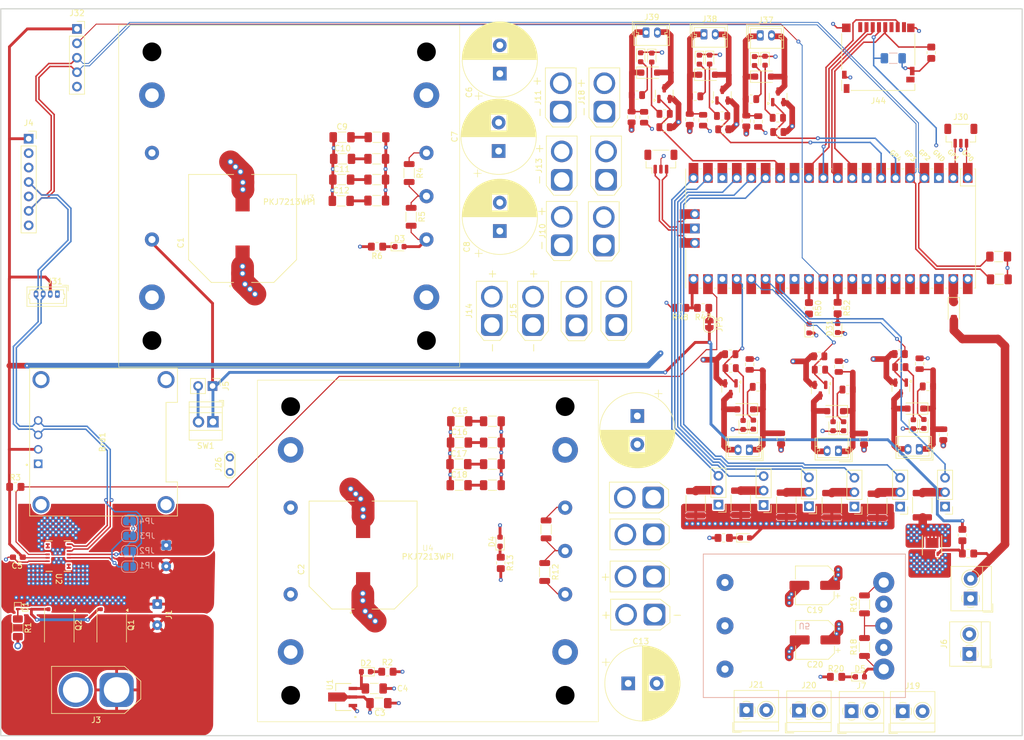
<source format=kicad_pcb>
(kicad_pcb (version 20240108) (generator "pcbnew") (generator_version "8.0")
  (layers (0 "F.Cu" signal) (1 "In1.Cu" power "gnd.Cu") (2 "In2.Cu" power "pwr.Cu") (31 "B.Cu" signal) (34 "B.Paste" user) (35 "F.Paste" user) (36 "B.SilkS" user "B.Silkscreen") (37 "F.SilkS" user "F.Silkscreen") (38 "B.Mask" user) (39 "F.Mask" user) (44 "Edge.Cuts" user))
  (net 0 "")
  (net 1 "60V")
  (net 2 "GND")
  (net 3 "Net-(D2-A)")
  (net 4 "+3.3V")
  (net 5 "12V_ESC")
  (net 6 "Net-(D14-K)")
  (net 7 "Net-(D15-K)")
  (net 8 "Net-(D16-K)")
  (net 9 "Net-(D21-K)")
  (net 10 "Net-(D24-K)")
  (net 11 "Net-(D25-K)")
  (net 12 "SHUNT+")
  (net 13 "Net-(D1-A)")
  (net 14 "Net-(D2-K)")
  (net 15 "Net-(D3-K)")
  (net 16 "Net-(D4-K)")
  (net 17 "+5V")
  (net 18 "Net-(D5-K)")
  (net 19 "Net-(D6-K)")
  (net 20 "5V_KillSW")
  (net 21 "Net-(D7-K)")
  (net 22 "Net-(D11-A)")
  (net 23 "Net-(D12-A)")
  (net 24 "Net-(D13-A)")
  (net 25 "Net-(D14-A)")
  (net 26 "Net-(D15-A)")
  (net 27 "Net-(D16-A)")
  (net 28 "Net-(D17-A)")
  (net 29 "Net-(D18-A)")
  (net 30 "Net-(D19-A)")
  (net 31 "Net-(D20-A)")
  (net 32 "Net-(D21-A)")
  (net 33 "Net-(D22-A)")
  (net 34 "Net-(D23-A)")
  (net 35 "Net-(D24-A)")
  (net 36 "Net-(D25-A)")
  (net 37 "Net-(D26-A)")
  (net 38 "Net-(D27-A)")
  (net 39 "Net-(D28-A)")
  (net 40 "Net-(J27-Pin_2)")
  (net 41 "Net-(J34-Pin_2)")
  (net 42 "+12V")
  (net 43 "PWR_IN")
  (net 47 "KillSW")
  (net 48 "SERVO0")
  (net 49 "UART(TX)")
  (net 50 "UART(RX)")
  (net 51 "RUN")
  (net 52 "A1")
  (net 53 "A0")
  (net 54 "Net-(Q3-G)")
  (net 55 "SW2")
  (net 56 "SW0")
  (net 57 "SW1")
  (net 58 "SW5")
  (net 59 "SW3")
  (net 60 "SW4")
  (net 61 "ALERT")
  (net 62 "Net-(U3-V_adj)")
  (net 63 "Net-(C9-Pad2)")
  (net 64 "Net-(C10-Pad2)")
  (net 65 "Net-(C11-Pad2)")
  (net 66 "Net-(C12-Pad2)")
  (net 67 "Net-(U4-V_adj)")
  (net 68 "Net-(C16-Pad2)")
  (net 69 "Net-(C17-Pad2)")
  (net 70 "Net-(C18-Pad2)")
  (net 71 "Net-(U5-TRIM)")
  (net 72 "Net-(U2-IN+)")
  (net 73 "Net-(U2-IN-)")
  (net 78 "SERVO3")
  (net 79 "SERVO5")
  (net 81 "SERVO1")
  (net 82 "SERVO2")
  (net 83 "SERVO4")
  (net 87 "esc_status")
  (net 88 "Net-(C15-Pad2)")
  (net 89 "Net-(J28-Pin_2)")
  (net 90 "Net-(J29-Pin_2)")
  (net 91 "Net-(J35-Pin_2)")
  (net 92 "Net-(J36-Pin_2)")
  (net 93 "/BoardBoardConnections/DEBUG-")
  (net 94 "/BoardBoardConnections/DEBUG+")
  (net 95 "I2C+")
  (net 96 "I2C-")
  (net 101 "Net-(JP5-A)")
  (net 102 "SCK")
  (net 103 "MISO")
  (net 104 "CS")
  (net 105 "MOSI")
  (net 106 "Net-(U6-GPIO26_ADC0)")
  (net 107 "Net-(D30-A)")
  (net 108 "Net-(D31-A)")
  (net 109 "Net-(U6-GPIO22)")
  (footprint "Diode_SMD:D_SOD-123F" (layer "F.Cu") (at 192.225037 93.75 180)
    (property "Reference" "D24" (hide yes))
    (property "Value" "SM4002")
  )
  (footprint "TerminalBlock_4Ucon:TerminalBlock_4Ucon_1x02_P3.50mm_Horizontal" (layer "F.Cu") (at 201.95 127.175 90)
    (property "Reference" "J8" (hide yes))
    (property "Value" "Conn_01x02_Pin" (hide yes))
  )
  (footprint "Resistor_SMD:R_0805_2012Metric_Pad1.20x1.40mm_HandSolder" (layer "F.Cu") (at 201.5 119.25)
    (property "Reference" "R46" (hide yes))
    (property "Value" "1k")
  )
  (footprint "LED_SMD:LED_0603_1608Metric" (layer "F.Cu") (at 145.84125 31.981325 -90)
    (property "Reference" "D19" (hide yes))
    (property "Value" "LED_Red" (hide yes))
  )
  (footprint "FDMS86163P:FDMS86163P" (layer "F.Cu") (at 50.81 131.85 -90)
    (property "Reference" "Q1")
    (property "Value" "FDMS86163P" (hide yes))
  )
  (footprint "Resistor_SMD:R_0805_2012Metric_Pad1.20x1.40mm_HandSolder" (layer "F.Cu") (at 97.5 65.25 180)
    (property "Reference" "R6")
    (property "Value" "2k")
  )
  (footprint "Capacitor_THT:CP_Radial_D13.0mm_P5.00mm" (layer "F.Cu") (at 119.1 62.5 90)
    (property "Reference" "C8")
    (property "Value" "680u" (hide yes))
  )
  (footprint "Resistor_SMD:R_0805_2012Metric_Pad1.20x1.40mm_HandSolder" (layer "F.Cu") (at 119.275 120.9 -90)
    (property "Reference" "R13")
    (property "Value" "2k" (hide yes))
  )
  (footprint "Resistor_SMD:R_0805_2012Metric" (layer "F.Cu") (at 175.3 84.55)
    (property "Reference" "R43" (hide yes))
    (property "Value" "10k")
  )
  (footprint "Diode_SMD:D_SOD-882" (layer "F.Cu") (at 34.29 128.6725 -90)
    (property "Reference" "D1")
    (property "Value" "BZT52C10LP-7" (hide yes))
  )
  (footprint "Package_TO_SOT_SMD:SOT-23" (layer "F.Cu") (at 168.077187 38.887262 90)
    (property "Reference" "Q4" (hide yes))
    (property "Value" "ZXMN3A14F")
  )
  (footprint "LED_SMD:LED_0603_1608Metric" (layer "F.Cu") (at 163.927187 32.587262 -90)
    (property "Reference" "D11" (hide yes))
    (property "Value" "LED_Green")
  )
  (footprint "Capacitor_SMD:C_0805_2012Metric" (layer "F.Cu") (at 163.069925 85.975 90)
    (property "Reference" "C24" (hide yes))
    (property "Value" "2.2uF+/35V+")
  )
  (footprint "Capacitor_THT:CP_Radial_D13.0mm_P5.00mm" (layer "F.Cu") (at 141.7 142.1)
    (property "Reference" "C13")
    (property "Value" "680u" (hide yes))
  )
  (footprint "Diode_SMD:D_SOD-123F" (layer "F.Cu") (at 178.1 94.2 180)
    (property "Reference" "D25" (hide yes))
    (property "Value" "SM4002")
  )
  (footprint "Fuse:Fuse_0805_2012Metric" (layer "F.Cu") (at 142.29125 42.431325 -90)
    (property "Reference" "F9" (hide yes))
    (property "Value" "Fuse")
  )
  (footprint "Package_TO_SOT_SMD:SOT-23" (layer "F.Cu") (at 158.2625 38.6 90)
    (property "Reference" "Q5" (hide yes))
    (property "Value" "ZXMN3A14F")
  )
  (footprint "Inductor_SMD:L_1206_3216Metric" (layer "F.Cu") (at 103.5 60 -90)
    (property "Reference" "R5")
    (property "Value" "DNP")
  )
  (footprint "Fuse:Fuse_1812_4532Metric" (layer "F.Cu") (at 161.5 110.325 90)
    (property "Reference" "F5" (hide yes))
    (property "Value" "0ZCG0300FF2B" (hide yes))
  )
  (footprint "Capacitor_SMD:C_0805_2012Metric" (layer "F.Cu") (at 164.577187 43.237262 -90)
    (property "Reference" "C21" (hide yes))
    (property "Value" "2.2uF+/35V+")
  )
  (footprint "EEV-TG2A331M:CAP_EEVTG2A331M" (layer "F.Cu") (at 73.84 62.05 90)
    (property "Reference" "C1")
    (property "Value" "330uF")
  )
  (footprint "Package_TO_SOT_SMD:SOT-23" (layer "F.Cu") (at 189.675037 90.1125 -90)
    (property "Reference" "Q8" (hide yes))
    (property "Value" "ZXMN3A14F")
  )
  (footprint "TerminalBlock_4Ucon:TerminalBlock_4Ucon_1x02_P3.50mm_Horizontal" (layer "F.Cu") (at 190 147)
    (property "Reference" "J19")
    (property "Value" "Conn_01x02_Pin" (hide yes))
  )
  (footprint "LED_SMD:LED_0603_1608Metric" (layer "F.Cu") (at 163.719925 96.575 90)
    (property "Reference" "D20" (hide yes))
    (property "Value" "LED_Green")
  )
  (footprint "Capacitor_SMD:CP_Elec_6.3x7.7" (layer "F.Cu") (at 174.525 124.85 180)
    (property "Reference" "C19")
    (property "Value" "330 uF")
  )
  (footprint "LED_SMD:LED_0603_1608Metric" (layer "F.Cu") (at 191.875037 96.5 90)
    (property "Reference" "D27" (hide yes))
    (property "Value" "LED_Red")
  )
  (footprint "Resistor_SMD:R_0805_2012Metric" (layer "F.Cu") (at 148.09125 44.231325 180)
    (property "Reference" "R33" (hide yes))
    (property "Value" "10k")
  )
  (footprint "Inductor_SMD:L_1206_3216Metric" (layer "F.Cu") (at 103.15 52.3 -90)
    (property "Reference" "R4")
    (property "Value" "DNP")
  )
  (footprint "Capacitor_SMD:C_0805_2012Metric" (layer "F.Cu") (at 144.49125 42.481325 -90)
    (property "Reference" "C23" (hide yes))
    (property "Value" "2.2uF+/35V+")
  )
  (footprint "footprints:RES_KDV12_OHM-L" (layer "F.Cu") (at 97.55 49.7 180)
    (property "Reference" "R8" (hide yes))
    (property "Value" "330m" (hide yes))
  )
  (footprint "Connector_PinHeader_2.54mm:PinHeader_1x03_P2.54mm_Vertical" (layer "F.Cu") (at 197.45 111 180)
    (property "Reference" "J27" (hide yes))
    (property "Value" "Conn_01x03_Pin" (hide yes))
  )
  (footprint "Connector_AMASS:AMASS_XT30U-M_1x02_P5.0mm_Vertical" (layer "F.Cu") (at 146.1 109.4 180)
    (property "Reference" "J25" (hide yes))
    (property "Value" "Conn_01x02_Pin")
  )
  (footprint "Connector_Molex:Molex_Micro-Latch_53253-0270_1x02_P2.00mm_Vertical" (layer "F.Cu") (at 178.6975 101.1875 180)
    (property "Reference" "J42" (hide yes))
    (property "Value" "Conn_01x02")
  )
  (footprint "footprints:RES_KDV12_OHM-L" (layer "F.Cu") (at 97.55 53.35 180)
    (property "Reference" "R9" (hide yes))
    (property "Value" "330m" (hide yes))
  )
  (footprint "LED_SMD:LED_0603_1608Metric" (layer "F.Cu") (at 162.25 116.5)
    (property "Reference" "D7" (hide yes))
    (property "Value" "LED" (hide yes))
  )
  (footprint "Library:PKJ7213WPI" (layer "F.Cu") (at 82.045 56.375)
    (property "Reference" "U3")
    (property "Value" "PKJ7213WPI")
  )
  (footprint "Fuse:Fuse_0805_2012Metric" (layer "F.Cu") (at 162.477187 43.137262 -90)
    (property "Reference" "F7" (hide yes))
    (property "Value" "Fuse")
  )
  (footprint "footprints:RES_KDV12_OHM-L" (layer "F.Cu") (at 97.55 57.05 180)
    (property "Reference" "R10" (hide yes))
    (property "Value" "330m" (hide yes))
  )
  (footprint "Resistor_SMD:R_0805_2012Metric_Pad1.20x1.40mm_HandSolder" (layer "F.Cu") (at 178.55 76.05 -90)
    (property "Reference" "R52")
    (property "Value" "1K")
  )
  (footprint "Resistor_SMD:R_1206_3216Metric_Pad1.30x1.75mm_HandSolder" (layer "F.Cu") (at 206.885 67 180)
    (property "Reference" "R21" (hide yes))
    (property "Value" "4.7k")
  )
  (footprint "LED_SMD:LED_0603_1608Metric" (layer "F.Cu") (at 193.725037 96.45 90)
    (property "Reference" "D22" (hide yes))
    (property "Value" "LED_Green")
  )
  (footprint "Capacitor_SMD:C_1206_3216Metric_Pad1.33x1.80mm_HandSolder" (layer "F.Cu") (at 111.95 107.225)
    (property "Reference" "C18")
    (property "Value" "22uF")
  )
  (footprint "Package_TO_SOT_SMD:SOT-23" (layer "F.Cu") (at 175.5 90.5125 -90)
    (property "Reference" "Q9" (hide yes))
    (property "Value" "ZXMN3A14F")
  )
  (footprint "Capacitor_SMD:C_0805_2012Metric" (layer "F.Cu") (at 192.975037 85.85 90)
    (property "Reference" "C25" (hide yes))
    (property "Value" "2.2uF+/35V+")
  )
  (footprint "Resistor_SMD:R_0805_2012Metric" (layer "F.Cu") (at 158.4375 44.6 180)
    (property "Reference" "R32" (hide yes))
    (property "Value" "10k")
  )
  (footprint "TerminalBlock_4Ucon:TerminalBlock_4Ucon_1x02_P3.50mm_Horizontal" (layer "F.Cu") (at 171.75 146.9)
    (property "Reference" "J20")
    (property "Value" "Conn_01x02_Pin" (hide yes))
  )
  (footprint "Resistor_SMD:R_0805_2012Metric" (layer "F.Cu") (at 189.475037 84.15)
    (property "Reference" "R42" (hide yes))
    (property "Value" "10k")
  )
  (footprint "Connector_Molex:Molex_Micro-Latch_53253-0270_1x02_P2.00mm_Vertical" (layer "F.Cu") (at 164.927187 28.087262)
    (property "Reference" "J37")
    (property "Value" "Conn_01x02")
  )
  (footprint "Resistor_SMD:R_0805_2012Metric" (layer "F.Cu") (at 159.719925 86.625 180)
    (property "Reference" "R41" (hide yes))
    (property "Value" "10k")
  )
  (footprint "Connector_PinHeader_2.54mm:PinHeader_1x03_P2.54mm_Vertical" (layer "F.Cu") (at 165.525 110.7125 180)
    (property "Reference" "J35" (hide yes))
    (property "Value" "Connector_PinHeader_2.54mm:PinHeader_1x03_P2.54mm_Vertical" (hide yes))
  )
  (footprint "Resistor_SMD:R_0805_2012Metric" (layer "F.Cu") (at 158.225 42.25)
    (property "Reference" "R35" (hide yes))
    (property "Value" "10k")
  )
  (footprint "Fuse:Fuse_1812_4532Metric" (layer "F.Cu") (at 153.575 110.4 90)
    (property "Reference" "F4" (hide yes))
    (property "Value" "0ZCG0300FF2B" (hide yes))
  )
  (footprint "Connector_PinHeader_2.54mm:PinHeader_1x03_P2.54mm_Vertical" (layer "F.Cu") (at 173.5 110.925 180)
    (property "Reference" "J36" (hide yes))
    (property "Value" "Conn_01x03_Pin" (hide yes))
  )
  (footprint "LED_SMD:LED_0603_1608Metric" (layer "F.Cu") (at 95.5368 140.05 180)
    (property "Reference" "D2")
    (property "Value" "LED_Red" (hide yes))
  )
  (footprint "LED_SMD:LED_0603_1608Metric" (layer "F.Cu") (at 154.225 32.35 -90)
    (property "Reference" "D12" (hide yes))
    (property "Value" "LED_Green")
  )
  (footprint "Connector_AMASS:AMASS_XT30U-M_1x02_P5.0mm_Vertical" (layer "F.Cu") (at 124.95 79.05 90)
    (property "Reference" "J15")
    (property "Value" "Conn_01x02_Pin")
  )
  (footprint "LED_SMD:LED_0603_1608Metric" (layer "F.Cu") (at 173.525 79.65 90)
    (property "Reference" "D30" (hide yes))
    (property "Value" "LED" (hide yes))
  )
  (footprint "Resistor_SMD:R_0805_2012Metric_Pad1.20x1.40mm_HandSolder" (layer "F.Cu") (at 150.85 76.025 180)
    (property "Reference" "R48")
    (property "Value" "20K")
  )
  (footprint "Fuse:Fuse_0805_2012Metric" (layer "F.Cu") (at 168.6 99.025 -90)
    (property "Reference" "F10" (hide yes))
    (property "Value" "Fuse")
  )
  (footprint "Fuse:Fuse_1812_4532Metric" (layer "F.Cu") (at 185.525 110.8625 90)
    (property "Reference" "F2" (hide yes))
    (property "Value" "0ZCG0300FF2B" (hide yes))
  )
  (footprint "ZXTR2005ZQ-13:SOT-89_4P5X2P45_DIO-M" (layer "F.Cu") (at 91.5743 144.5 90)
    (property "Reference" "U1")
    (property "Value" "ZXTR2005ZQ-13" (hide yes))
  )
  (footprint "Fuse:Fuse_0805_2012Metric" (layer "F.Cu") (at 183.192575 99.0625 -90)
    (property "Reference" "F12" (hide yes))
    (property "Value" "Fuse")
  )
  (footprint "Fuse:Fuse_1812_4532Metric" (layer "F.Cu") (at 193.45 110.75 90)
    (property "Reference" "F1" (hide yes))
    (property "Value" "0ZCG0300FF2B" (hide yes))
  )
  (footprint "Capacitor_SMD:C_1206_3216Metric_Pad1.33x1.80mm_HandSolder" (layer "F.Cu") (at 91.35 46)
    (property "Reference" "C9")
    (property "Value" "22uF" (hide yes))
  )
  (footprint "LED_SMD:LED_0603_1608Metric" (layer "F.Cu") (at 101.4625 65.25)
    (property "Reference" "D3")
    (property "Value" "LED")
  )
  (footprint "Resistor_SMD:R_0805_2012Metric" (layer "F.Cu") (at 194.437537 89.85)
    (property "Reference" "R38" (hide yes))
    (property "Value" "10k")
  )
  (footprint "Connector_Molex:Molex_Micro-Latch_53253-0270_1x02_P2.00mm_Vertical" (layer "F.Cu") (at 192.925037 100.9 180)
    (property "Reference" "J41" (hide yes))
    (property "Value" "Conn_01x02")
  )
  (footprint "Resistor_SMD:R_0805_2012Metric" (layer "F.Cu") (at 168.027187 42.587262)
    (property "Reference" "R34" (hide yes))
    (property "Value" "10k")
  )
  (footprint "Connector_AMASS:AMASS_XT30U-M_1x02_P5.0mm_Vertical" (layer "F.Cu") (at 139.6 79.05 90)
    (property "Reference" "J17" (hide yes))
    (property "Value" "Conn_01x02_Pin")
  )
  (footprint "LED_SMD:LED_0603_1608Metric" (layer "F.Cu") (at 177.75 96.85 90)
    (property "Reference" "D28" (hide yes))
    (property "Value" "LED_Red" (hide yes))
  )
  (footprint "Package_TO_SOT_SMD:SOT-23" (layer "F.Cu") (at 148.04125 38.331325 90)
    (property "Reference" "Q6" (hide yes))
    (property "Value" "ZXMN3A14F")
  )
  (footprint "Resistor_SMD:R_0805_2012Metric_Pad1.20x1.40mm_HandSolder" (layer "F.Cu") (at 33.85 107.525)
    (property "Reference" "R3")
    (property "Value" "4.7k" (hide yes))
  )
  (footprint "TerminalBlock_4Ucon:TerminalBlock_4Ucon_1x02_P3.50mm_Horizontal" (layer "F.Cu") (at 201.725 136.925 90)
    (property "Reference" "J6")
    (property "Value" "Conn_01x02_Pin" (hide yes))
  )
  (footprint "Connector_AMASS:AMASS_XT30U-M_1x02_P5.0mm_Vertical" (layer "F.Cu") (at 137.4 65.05 90)
    (property "Reference" "J9" (hide yes))
    (property "Value" "Conn_01x02_Pin")
  )
  (footprint "SI7615ADN-T1-GE3:SON8_SI7615ADN-T1-GE3_VIS-L" (layer "F.Cu") (at 194.9276 118.0328 90)
    (property "Reference" "Q3" (hide yes))
    (property "Value" "SI7615ADN-T1-GE3" (hide yes))
  )
  (footprint "Resistor_SMD:R_0805_2012Metric_Pad1.20x1.40mm_HandSolder" (layer "F.Cu") (at 195.025 31.125 90)
    (property "Reference" "R51" (hide yes))
    (property "Value" "DNP")
  )
  (footprint "footprints:RES_KDV12_OHM-L" (layer "F.Cu") (at 117.9 95.875 180)
    (property "Reference" "R14" (hide yes))
    (property "Value" "330m" (hide yes))
  )
  (footprint "Diode_SMD:D_SOD-123F" (layer "F.Cu") (at 199 76.4 -90)
    (property "Reference" "D6" (hide yes))
    (property "Value" "MBR120VLSFT1G" (hide yes))
  )
  (footprint "footprints:RES_KDV12_OHM-L" (layer "F.Cu") (at 117.9 99.625 180)
    (property "Reference" "R15" (hide yes))
    (property "Value" "330m" (hide yes))
  )
  (footprint "Capacitor_SMD:C_0805_2012Metric" (layer "F.Cu") (at 178.75 86.35 90)
    (property "Reference" "C26" (hide yes))
    (property "Value" "2.2uF+/35V+")
  )
  (footprint "TerminalBlock:TerminalBlock_Xinya_XY308-2.54-2P_1x02_P2.54mm_Horizontal" (layer "F.Cu") (at 68.625 96.075 180)
    (property "Reference" "SW1")
    (property "Value" "SW_DPST_x2" (hide yes))
  )
  (footprint "Connector_Wire:SolderWire-0.127sqmm_1x02_P3.7mm_D0.48mm_OD1mm" (layer "F.Cu") (at 58.825 128.15 -90)
    (property "Reference" "J1")
    (property "Value" "XT60")
  )
  (footprint "Connector_PinHeader_2.54mm:PinHeader_1x03_P2.54mm_Vertical" (layer "F.Cu") (at 181.5 111 180)
    (property "Reference" "J29" (hide yes))
    (property "Value" "Conn_01x03_Pin" (hide yes))
  )
  (footprint "LED_SMD:LED_0603_1608Metric" (layer "F.Cu") (at 165.777187 32.537262 -90)
    (property "Reference" "D17" (hide yes))
    (property "Value" "LED_Red")
  )
  (footprint "Resistor_SMD:R_0805_2012Metric_Pad1.20x1.40mm_HandSolder" (layer "F.Cu") (at 154.875 76.025 180)
    (property "Reference" "R47")
    (property "Value" "10K")
  )
  (footprint "Diode_SMD:D_SOD-123F" (layer "F.Cu") (at 162.269925 93.875 180)
    (property "Reference" "D21" (hide yes))
    (property "Value" "SM4002")
  )
  (footprint "Resistor_SMD:R_0805_2012Metric" (layer "F.Cu") (at 189.575037 86.45 180)
    (property "Reference" "R44" (hide yes))
    (property "Value" "10k")
  )
  (footprint "Resistor_SMD:R_0805_2012Metric" (layer "F.Cu") (at 175.4375 86.9 180)
    (property "Reference" "R45" (hide yes))
    (property "Value" "10k")
  )
  (footprint "TestPoint:TestPoint_2Pads_Pitch2.54mm_Drill0.8mm" (layer "F.Cu") (at 71.6 104.9 90)
    (property "Reference" "J26")
    (property "Value" "Conn_01x02_Pin")
  )
  (footprint "Inductor_SMD:L_1206_3216Metric" (layer "F.Cu") (at 183.275 135.7 90)
    (property "Reference" "R18")
    (property "Value" "DNP" (hide yes))
  )
  (footprint "Package_TO_SOT_SMD:SOT-23" (layer "F.Cu") (at 159.719925 90.2375 -90)
    (property "Reference" "Q7" (hide yes))
    (property "Value" "ZXMN3A14F")
  )
  (footprint "Fuse:Fuse_1812_4532Metric" (layer "F.Cu") (at 169.525 110.675 90)
    (property "Reference" "F6" (hide yes))
    (property "Value" "0ZCG0300FF2B" (hide yes))
  )
  (footprint "Capacitor_SMD:C_1206_3216Metric_Pad1.33x1.80mm_HandSolder" (layer "F.Cu") (at 91.2 57.2)
    (property "Reference" "C12")
    (property "Value" "22uF")
  )
  (footprint "Resistor_SMD:R_0805_2012Metric" (layer "F.Cu") (at 180.3125 90.4)
    (property "Reference" "R39" (hide yes))
    (property "Value" "10k")
  )
  (footprint "Resistor_SMD:R_0805_2012Metric" (layer "F.Cu") (at 164.519925 89.925)
    (property "Reference" "R37" (hide yes))
    (property "Value" "10k")
  )
  (footprint "LED_SMD:LED_0603_1608Metric" (layer "F.Cu") (at 119.145 117.1575 90)
    (property "Reference" "D4")
    (property "Value" "LED" (hide yes))
  )
  (footprint "Connector_Molex:Molex_PicoBlade_53047-0410_1x04_P1.25mm_Vertical" (layer "F.Cu") (at 41.25 73.6 180)
    (property "Reference" "J31")
    (property "Value" "Conn_01x04" (hide yes))
  )
  (footprint "Resistor_SMD:R_0805_2012Metric_Pad1.20x1.40mm_HandSolder" (layer "F.Cu") (at 173.5 76.1 -90)
    (property "Reference" "R50")
    (property "Value" "1K")
  )
  (footprint "Capacitor_SMD:C_1206_3216Metric_Pad1.33x1.80mm_HandSolder" (layer "F.Cu") (at 91.2875 53.45)
    (property "Reference" "C11")
    (property "Value" "22uF" (hide yes))
  )
  (footprint "Connector_JST:JST_SH_BM03B-SRSS-TB_1x03-1MP_P1.00mm_Vertical" (layer "F.Cu") (at 147.45 50.29)
    (property "Reference" "J33" (hide yes))
    (property "Value" "BM03B-SRSS-TB" (hide yes))
  )
  (footprint "Capacitor_SMD:C_1206_3216Metric_Pad1.33x1.80mm_HandSolder" (layer "F.Cu") (at 97.0118 143)
    (property "Reference" "C4")
    (property "Value" "10u 6.3v" (hide yes))
  )
  (footprint "Library:PKJ7213WPI" (layer "F.Cu") (at 106.45 118.8)
    (property "Reference" "U4")
    (property "Value" "PKJ7213WPI")
  )
  (footprint "Resistor_SMD:R_0805_2012Metric_Pad1.20x1.40mm_HandSolder" (layer "F.Cu") (at 200.5 116 90)
    (property "Reference" "R23" (hide yes))
    (property "Value" "100")
  )
  (footprint "Connector_PinSocket_2.54mm:PinSocket_1x07_P2.54mm_Vertical" (layer "F.Cu") (at 36.2 46.26)
    (property "Reference" "J4")
    (property "Value" "Conn_01x07_Female" (hide yes))
  )
  (footprint "Connector_AMASS:AMASS_XT30U-M_1x02_P5.0mm_Vertical" (layer "F.Cu") (at 132.6 79.1 90)
    (property "Reference" "J16" (hide yes))
    (property "Value" "Conn_01x02_Pin")
  )
  (footprint "Resistor_SMD:R_0805_2012Metric" (layer "F.Cu") (at 153.475 38.8 180)
    (property "Reference" "R29" (hide yes))
    (property "Value" "10k")
  )
  (footprint "TerminalBlock_4Ucon:TerminalBlock_4Ucon_1x02_P3.50mm_Horizontal" (layer "F.Cu") (at 162.5 146.8)
    (property "Reference" "J21")
    (property "Value" "Conn_01x02_Pin" (hide yes))
  )
  (footprint "Connector_AMASS:AMASS_XT30U-M_1x02_P5.0mm_Vertical" (layer "F.Cu") (at 146.3246 130 180)
    (property "Reference" "J22" (hide yes))
    (property "Value" "Conn_01x02_Pin" (hide yes))
  )
  (footprint "Resistor_SMD:R_1206_3216Metric_Pad1.30x1.75mm_HandSolder" (layer "F.Cu") (at 34.29 132.3225 -90)
    (property "Reference" "R1")
    (property "Value" "8.8k")
  )
  (footprint "Connector_PinHeader_2.54mm:PinHeader_1x03_P2.54mm_Vertical" (layer "F.Cu") (at 157.575 110.65 180)
    (property "Reference" "J34" (hide yes))
    (property "Value" "Connector_PinHeader_2.54mm:PinHeader_1x03_P2.54mm_Vertical" (hide yes))
  )
  (footprint "Resistor_SMD:R_0805_2012Metric" (layer "F.Cu") (at 143.22875 38.581325 180)
    (property "Reference" "R30" (hide yes))
    (property "Value" "10k")
  )
  (footprint "Connector_AMASS:AMASS_XT30U-M_1x02_P5.0mm_Vertical" (layer "F.Cu") (at 146.2 115.8816 180)
    (property "Reference" "J24" (hide yes))
    (property "Value" "Conn_01x02_Pin" (hide yes))
  )
  (footprint "Resistor_SMD:R_1206_3216Metric_Pad1.30x1.75mm_HandSolder" (layer "F.Cu") (at 207 71 180)
    (property "Reference" "R22" (hide yes))
    (property "Value" "4.7k")
  )
  (footprint "EEV-TG2A331M:CAP_EEVTG2A331M" (layer "F.Cu") (at 95.05 119.525 90)
    (property "Reference" "C2")
    (property "Value" "330uF")
  )
  (footprint "Resistor_SMD:R_0805_2012Metric" (layer "F.Cu") (at 168.114687 45.087262 180)
    (property "Reference" "R31" (hide yes))
    (property "Value" "10k")
  )
  (footprint "Capacitor_SMD:C_1206_3216Metric_Pad1.33x1.80mm_HandSolder" (layer "F.Cu") (at 97.8243 145.575)
    (property "Reference" "C3")
    (property "Value" "0.1u 100V" (hide yes))
  )
  (footprint "Connector_AMASS:AMASS_XT30U-M_1x02_P5.0mm_Vertical" (layer "F.Cu") (at 146.2246 123.3 180)
    (property "Reference" "J23" (hide yes))
    (property "Value" "Conn_01x02_Pin" (hide yes))
  )
  (footprint "Connector_Card:microSD_HC_Hirose_DM3D-SF" (layer "F.Cu") (at 185.7 31.975 180)
    (property "Reference" "J44")
    (property "Value" "Micro_SD_Card_Det2")
  )
  (footprint "Capacitor_SMD:C_1206_3216Metric_Pad1.33x1.80mm_HandSolder" (layer "F.Cu") (at 112 99.725)
    (property "Reference" "C16")
    (property "Value" "22uF")
  )
  (footprint "footprints:RES_KDV12_OHM-L" (layer "F.Cu") (at 117.9 107.125 180)
    (property "Reference" "R17" (hide yes))
    (property "Value" "330m" (hide yes))
  )
  (footprint "Connector_JST:JST_SH_BM03B-SRSS-TB_1x03-1MP_P1.00mm_Vertical" (layer "F.Cu") (at 200.23 45.73)
    (property "Reference" "J30")
    (property "Value" "BM03B-SRSS-TB" (hide yes))
  )
  (footprint "Diode_SMD:D_SOD-123F" (layer "F.Cu") (at 145.39125 34.631325)
    (property "Reference" "D16" (hide yes))
    (property "Value" "SM4002")
  )
  (footprint "Connector_PinHeader_2.54mm:PinHeader_1x03_P2.54mm_Vertical" (layer "F.Cu") (at 189.55 111 180)
    (property "Reference" "J28" (hide yes))
    (property "Value" "Conn_01x03_Pin" (hide yes))
  )
  (footprint "Connector_AMASS:AMASS_XT30U-M_1x02_P5.0mm_Vertical" (layer "F.Cu") (at 137.8 53.5 90)
    (property "Reference" "J12" (hide yes))
    (property "Value" "Conn_01x02_Pin")
  )
  (footprint "TerminalBlock_4Ucon:TerminalBlock_4Ucon_1x02_P3.50mm_Horizontal" (layer "F.Cu") (at 181 147)
    (property "Reference" "J7")
    (property "Value" "Conn_01x02_Pin" (hide yes))
  )
  (footprint "footprints:RES_KDV12_OHM-L" (layer "F.Cu") (at 117.9 103.425 180)
    (property "Reference" "R16" (hide yes))
    (property "Value" "330m" (hide yes))
  )
  (footprint "Resistor_SMD:R_0805_2012Metric_Pad1.20x1.40mm_HandSolder" (layer "F.Cu") (at 178.275 140.95 180)
    (property "Reference" "R20")
    (property "Value" "620")
  )
  (footprint "LED_SMD:LED_0603_1608Metric" (layer "F.Cu") (at 143.89125 31.931325 -90)
    (property "Reference" "D13" (hide yes))
    (property "Value" "LED_Green" (hide yes))
  )
  (footprint "Capacitor_THT:CP_Radial_D13.0mm_P5.00mm" (layer "F.Cu") (at 143.3 95.05 -90)
    (property "Reference" "C14" (hide yes))
    (property "Value" "680u" (hide yes))
  )
  (footprint "Inductor_SMD:L_1206_3216Metric" (layer "F.Cu") (at 183.275 128.2 90)
    (property "Reference" "R19")
    (property "Value" "DNP" (hide yes))
  )
  (footprint "Resistor_SMD:R_0805_2012Metric" (layer "F.Cu") (at 163.314687 39.287262 180)
    (property "Reference" "R28" (hide yes))
    (property "Value" "10k")
  )
  (footprint "Connector_Molex:Molex_Micro-Latch_53253-0270_1x02_P2.00mm_Vertical" (layer "F.Cu") (at 163.019925 101 180)
    (property "Reference" "J40" (hide yes))
    (property "Value" "Conn_01x02")
  )
  (footprint "LED_SMD:LED_0603_1608Metric" (layer "F.Cu") (at 182.4875 140.95)
    (property "Reference" "D5")
    (property "Value" "LED")
  )
  (footprint "Connector_PinHeader_2.54mm:PinHeader_1x02_P2.54mm_Vertical" (layer "F.Cu") (at 68.555 89.775 -90)
    (property "Reference" "J5")
    (property "Value" "Conn_01x02_Pin" (hide yes))
  )
  (footprint "Capacitor_SMD:C_1206_3216Metric_Pad1.33x1.80mm_HandSolder" (layer "F.Cu") (at 91.4375 49.8)
    (property "Reference" "C10")
    (property "Value" "22uF" (hide yes))
  )
  (footprint "Connector_Wire:SolderWire-0.127sqmm_1x02_P3.7mm_D0.48mm_OD1mm" (layer "F.Cu") (at 60.4 117.8 -90)
    (property "Reference" "J2" (hide yes))
    (property "Value" "XT60" (hide yes))
  )
  (footprint "MCU_RaspberryPi_and_Boards:RPi_Pico_SMD_TH" (layer "F.Cu") (at 177.315 62.06 -90)
    (property "Reference" "U6" (hide yes))
    (property "Value" "Pico")
  )
  (footprint "Connector_PinSocket_2.54mm:PinSocket_1x05_P2.54mm_Vertical" (layer "F.Cu") (at 44.7 26.935)
    (property "Reference" "J32")
    (property "Value" "Conn_01x05_Socket" (hide yes))
  )
  (footprint "Inductor_SMD:L_1206_3216Metric" (layer "F.Cu") (at 127.25 115 -90)
    (property "Reference" "R11" (hide yes))
    (property "Value" "DNP" (hide yes))
  )
  (footprint "Fuse:Fuse_0805_2012Metric" (layer "F.Cu") (at 152.525 42.85 -90)
    (property "Reference" "F8" (hide yes))
    (property "Value" "Fuse")
  )
  (footprint "Resistor_SMD:R_0805_2012Metric_Pad1.20x1.40mm_HandSolder" (layer "F.Cu") (at 158.5 116.5 180)
    (property "Reference" "R24" (hide yes))
    (property "Value" "620" (hide yes))
  )
  (footprint "footprints:RES_KDV12_OHM-L" (layer "F.Cu") (at 97.6 45.9 180)
    (property "Reference" "R7" (hide yes))
    (property "Value" "330m" (hide yes))
  )
  (footprint "Capacitor_THT:CP_Radial_D13.0mm_P5.00mm" (layer "F.Cu") (at 118.9 48.415216 90)
    (property "Reference" "C7")
    (property "Value" "680u" (hide yes))
  )
  (footprint "Inductor_SMD:L_1206_3216Metric" (layer "F.Cu") (at 127 122.5 -90)
    (property "Reference" "R12")
    (property "Value" "DNP" (hide yes))
  )
  (footprint "Connector_AMASS:AMASS_XT60-M_1x02_P7.20mm_Vertical" (layer "F.Cu") (at 51.675 143.25 180)
    (property "Reference" "J3")
    (property "Value" "Conn_01x02_Pin")
  )
  (footprint "Capacitor_SMD:C_0603_1608Metric_Pad1.08x0.95mm_HandSolder" (layer "F.Cu") (at 34.3 119.9 180)
    (property "Reference" "C5")
    (property "Value" "0.1u" (hide yes))
  )
  (footprint "LED_SMD:LED_0603_1608Metric" (layer "F.Cu") (at 178.55 79.575 90)
    (property "Reference" "D31")
    (property "Value" "LED")
  )
  (footprint "SSD1306IW:MODULE_DM-OLED096-636" (layer "F.Cu") (at 49.375 99.65 90)
    (property "Reference" "Brd1")
    (property "Value" "SSD1306")
  )
  (footprint "Capacitor_SMD:C_0805_2012Metric" (layer "F.Cu") (at 154.875 43 -90)
    (property "Reference" "C22" (hide yes))
    (property "Value" "2.2uF+/35V+")
  )
  (footprint "Resistor_SMD:R_0805_2012Metric" (layer "F.Cu") (at 159.657425 84.175)
    (property "Reference" "R40" (hide yes))
    (property "Value" "10k")
  )
  (footprint "Fuse:Fuse_1812_4532Metric" (layer "F.Cu") (at 177.525 110.75 90)
    (property "Reference" "F3" (hide yes))
    (property "Value" "0ZCG0300FF2B" (hide yes))
  )
  (footprint "Connector_AMASS:AMASS_XT30U-M_1x02_P5.0mm_Vertical" (layer "F.Cu") (at 130 65 90)
    (property "Reference" "J10")
    (property "Value" "Conn_01x02_Pin")
  )
  (footprint "Connector_AMASS:AMASS_XT30U-M_1x02_P5.0mm_Vertical" (layer "F.Cu") (at 137.5 41.5 90)
    (property "Reference" "J18")
    (property "Value" "Conn_01x02_Pin")
  )
  (footprint "Connector_AMASS:AMASS_XT30U-M_1x02_P5.0mm_Vertical" (layer "F.Cu") (at 129.825 41.5 90)
    (property "Reference" "J11")
    (property "Value" "Conn_01x02_Pin")
  )
  (footprint "Capacitor_SMD:C_1206_3216Metric_Pad1.33x1.80mm_HandSolder" (layer "F.Cu") (at 112.05 95.975)
    (property "Reference" "C15")
    (property "Value" "22uF")
  )
  (footprint "Connector_AMASS:AMASS_XT30U-M_1x02_P5.0mm_Vertical" (layer "F.Cu") (at 130 53.5 90)
    (property "Reference" "J13")
    (property "Value" "Conn_01x02_Pin")
  )
  (footprint "Connector_AMASS:AMASS_XT30U-M_1x02_P5.0mm_Vertical" (layer "F.Cu") (at 117.7 79.05 90)
    (property "Reference" "J14")
    (property "Value" "Conn_01x02_Pin")
  )
  (footprint "Capacitor_SMD:CP_Elec_6.3x7.7" (layer "F.Cu") (at 174.575 134.45 180)
    (property "Reference" "C20")
    (property "Value" "330 uF")
  )
  (footprint "Resistor_SMD:R_0805_2012Metric" (layer "F.Cu") (at 148.10375 41.881325)
    (property "Reference" "R36" (hide yes))
    (property "Value" "10k")
  )
  (footprint "LED_SMD:LED_0603_1608Metric" (layer "F.Cu") (at 161.919925 96.625 90)
    (property "Reference" "D26" (hide yes))
    (property "Value" "LED_Red")
  )
  (footprint "PINA740AIREMR:INA740BIREMR" (layer "F.Cu") (at 41.400001 119.7 180)
    (property "Reference" "U2")
    (property "Value" "PINA740AIREMR" (hide yes))
  )
  (footprint "Jumper:SolderJumper-2_P1.3mm_Bridged_RoundedPad1.0x1.5mm" (layer "F.Cu") (at 155.975 78.9 -90)
    (property "Reference" "JP5")
    (property "Value" "SolderJumper_2_Bridged")
  )
  (footprint "FDMS86163P:FDMS86163P" (layer "F.Cu") (at 41.585 131.85 -90)
    (property "Reference" "Q2")
    (property "Value" "FDMS86163P" (hide yes))
  )
  (footprint "Fuse:Fuse_0805_2012Metric" (layer "F.Cu") (at 197.14265 98.3125 -90)
    (property "Reference" "F11" (hide yes))
    (property "Value" "Fuse")
  )
  (footprint "LED_SMD:LED_0603_1608Metric" (layer "F.Cu") (at 156.025 32.3375 -90)
    (property "Reference" "D18" (hide yes))
    (property "Value" "LED_Red")
  )
  (footprint "Resistor_SMD:R_0805_2012Metric_Pad1.20x1.40mm_HandSolder" (layer "F.Cu") (at 99.3243 140.05)
    (property "Reference" "R2")
    (property "Value" "620" (hide yes))
  )
  (footprint "LED_SMD:LED_0603_1608Metric" (layer "F.Cu") (at 179.6 96.85 90)
    (property "Reference" "D23" (hide yes))
    (property "Value" "LED_Green" (hide yes))
  )
  (footprint "Diode_SMD:D_SOD-123F" (layer "F.Cu") (at 155.575 35)
    (property "Reference" "D15" (hide yes))
    (property "Value" "SM4002")
  )
  (footprint "Connector_Molex:Molex_Micro-Latch_53253-0270_1x02_P2.00mm_Vertical" (layer "F.Cu") (at 155.025 27.9)
    (property "Reference" "J38")
    (property "Value" "Conn_01x02")
  )
  (footprint "Connector_Molex:Molex_Micro-Latch_53253-0270_1x02_P2.00mm_Vertical" (layer "F.Cu") (at 144.84125 27.581325)
    (property "Reference" "J39")
    (property "Value" "Conn_01x02")
  )
  (footprint "Capacitor_THT:CP_Radial_D13.0mm_P5.00mm" (layer "F.Cu") (at 119.1 34.815216 90)
    (property "Reference" "C6")
    (property "Value" "680u" (hide yes))
  )
  (footprint "Capacitor_SMD:C_1206_3216Metric_Pad1.33x1.80mm_HandSolder" (layer "F.Cu") (at 111.9 103.525)
    (property "Reference" "C17")
    (property "Value" "22uF")
  )
  (footprint "Diode_SMD:D_SOD-123F" (layer "F.Cu") (at 165.427187 35.337262)
    (property "Reference" "D14" (hide yes))
    (property "Value" "SM4002")
  )
  (footprint "PKU3511SPI:PKU 3500S_FPM" (layer "B.Cu") (at 158.725 139.59)
    (property "Reference" "U5")
    (property "Value" "PKU3511SPI")
  )
  (footprint "Capacitor_SMD:C_1206_3216Metric_Pad1.33x1.80mm_HandSolder" (layer "B.Cu") (at 188.3375 32.1)
    (property "Reference" "C27" (hide yes))
    (property "Value" "C" (hide yes))
  )
  (footprint "Jumper:SolderJumper-2_P1.3mm_Bridged_RoundedPad1.0x1.5mm" (layer "B.Cu") (at 53.95 113.55)
    (property "Reference" "JP4")
    (property "Value" "SolderJumper_2_Bridged")
  )
  (footprint "Jumper:SolderJumper-2_P1.3mm_Open_RoundedPad1.0x1.5mm" (layer "B.Cu") (at 53.95 118.85)
    (property "Reference" "JP2")
    (property "Value" "SolderJumper_2_Open")
  )
  (footprint "Jumper:SolderJumper-2_P1.3mm_Open_RoundedPad1.0x1.5mm" (layer "B.Cu") (at 53.95 121.55)
    (property "Reference" "JP1")
    (property "Value" "SolderJumper_2_Open")
  )
  (footprint "Jumper:SolderJumper-2_P1.3mm_Bridged_RoundedPad1.0x1.5mm" (layer "B.Cu") (at 53.95 116.15)
    (property "Reference" "JP3")
    (property "Value" "SolderJumper_2_Bridged")
  )
  (gr_rect (start 31.3 23.4) (end 211.02 151.3) (stroke (width 0.2)) (fill none) (layer "Edge.Cuts"))
  (segment (start 96.2618 145.575) (end 96.2618 147.2382) (width 0.5) (layer "F.Cu") (net 1))
  (segment (start 75.14 72.725) (end 76.015 73.6) (width 4) (layer "F.Cu") (net 1))
  (segment (start 95.1868 144.5) (end 96.2618 145.575) (width 0.5) (layer "F.Cu") (net 1))
  (segment (start 93.2507 144.5) (end 95.1868 144.5) (width 0.5) (layer "F.Cu") (net 1))
  (segment (start 73.84 71.425) (end 74.265 71.85) (width 4) (layer "F.Cu") (net 1))
  (segment (start 95 128.975) (end 95.425 129.4) (width 4) (layer "F.Cu") (net 1))
  (segment (start 96.3 130.275) (end 97.175 131.15) (width 4) (layer "F.Cu") (net 1))
  (segment (start 95.425 129.4) (end 96.3 130.275) (width 4) (layer "F.Cu") (net 1))
  (segment (start 73.84 69.975) (end 73.84 71.425) (width 4) (layer "F.Cu") (net 1))
  (segment (start 95 127.525) (end 95 128.975) (width 4) (layer "F.Cu") (net 1))
  (segment (start 95 126.275) (end 95 127.525) (width 4) (layer "F.Cu") (net 1))
  (segment (start 73.84 68.725) (end 73.84 69.975) (width 4) (layer "F.Cu") (net 1))
  (segment (start 74.265 71.85) (end 75.14 72.725) (width 4) (layer "F.Cu") (net 1))
  (via (at 43 115) (size 0.7) (drill 0.32) (layers "F.Cu" "B.Cu") (net 1))
  (via (at 40 113) (size 0.7) (drill 0.32) (layers "F.Cu" "B.Cu") (net 1))
  (via (at 40.5 115.5) (size 0.7) (drill 0.32) (layers "F.Cu" "B.Cu") (net 1))
  (via (at 96.3 130.275) (size 1.1) (drill 0.7) (layers "F.Cu" "B.Cu") (net 1))
  (via (at 38 116) (size 0.7) (drill 0.32) (layers "F.Cu" "B.Cu") (net 1))
  (via (at 41 114) (size 0.7) (drill 0.32) (layers "F.Cu" "B.Cu") (net 1))
  (via (at 42.5 115.5) (size 0.7) (drill 0.32) (layers "F.Cu" "B.Cu") (net 1))
  (via (at 76.015 73.6) (size 1.1) (drill 0.7) (layers "F.Cu" "B.Cu") (net 1))
  (via (at 44 114) (size 0.7) (drill 0.32) (layers "F.Cu" "B.Cu") (net 1))
  (via (at 38.5 114.5) (size 0.7) (drill 0.32) (layers "F.Cu" "B.Cu") (net 1))
  (via (at 38.5 115.5) (size 0.7) (drill 0.32) (layers "F.Cu" "B.Cu") (net 1))
  (via (at 96.2618 147.2382) (size 0.7) (drill 0.32) (layers "F.Cu" "B.Cu") (net 1))
  (via (at 40.5 118.6) (size 0.7) (drill 0.32) (layers "F.Cu" "B.Cu") (net 1))
  (via (at 38.5 117.5) (size 0.7) (drill 0.32) (layers "F.Cu" "B.Cu") (net 1))
  (via (at 42.1 118.6) (size 0.7) (drill 0.32) (layers "F.Cu" "B.Cu") (net 1))
  (via (at 38.5 118.5) (size 0.7) (drill 0.32) (layers "F.Cu" "B.Cu") (net 1))
  (via (at 43.5 113.5) (size 0.7) (drill 0.32) (layers "F.Cu" "B.Cu") (net 1))
  (via (at 39.5 116.5) (size 0.7) (drill 0.32) (layers "F.Cu" "B.Cu") (net 1))
  (via (at 43.5 114.5) (size 0.7) (drill 0.32) (layers "F.Cu" "B.Cu") (net 1))
  (via (at 45 115) (size 0.7) (drill 0.32) (layers "F.Cu" "B.Cu") (net 1))
  (via (at 38 114) (size 0.7) (drill 0.32) (layers "F.Cu" "B.Cu") (net 1))
  (via (at 39 114) (size 0.7) (drill 0.32) (layers "F.Cu" "B.Cu") (net 1))
  (via (at 39 113) (size 0.7) (drill 0.32) (layers "F.Cu" "B.Cu") (net 1))
  (via (at 39.5 113.5) (size 0.7) (drill 0.32) (layers "F.Cu" "B.Cu") (net 1))
  (via (at 39 116) (size 0.7) (drill 0.32) (layers "F.Cu" "B.Cu") (net 1))
  (via (at 42 114) (size 0.7) (drill 0.32) (layers "F.Cu" "B.Cu") (net 1))
  (via (at 42 116) (size 0.7) (drill 0.32) (layers "F.Cu" "B.Cu") (net 1))
  (via (at 38 118) (size 0.7) (drill 0.32) (layers "F.Cu" "B.Cu") (net 1))
  (via (at 95 126.275) (size 1.1) (drill 0.7) (layers "F.Cu" "B.Cu") (net 1))
  (via (at 40 114) (size 0.7) (drill 0.32) (layers "F.Cu" "B.Cu") (net 1))
  (via (at 41 116) (size 0.7) (drill 0.32) (layers "F.Cu" "B.Cu") (net 1))
  (via (at 42.5 114.5) (size 0.7) (drill 0.32) (layers "F.Cu" "B.Cu") (net 1))
  (via (at 74.265 71.85) (size 1.1) (drill 0.7) (layers "F.Cu" "B.Cu") (net 1))
  (via (at 40.9 119.2) (size 0.7) (drill 0.32) (layers "F.Cu" "B.Cu") (net 1))
  (via (at 38 117) (size 0.7) (drill 0.32) (layers "F.Cu" "B.Cu") (net 1))
  (via (at 97.175 131.15) (size 1.1) (drill 0.7) (layers "F.Cu" "B.Cu") (net 1))
  (via (at 43.5 115.5) (size 0.7) (drill 0.32) (layers "F.Cu" "B.Cu") (net 1))
  (via (at 41.5 115.5) (size 0.7) (drill 0.32) (layers "F.Cu" "B.Cu") (net 1))
  (via (at 41 115) (size 0.7) (drill 0.32) (layers "F.Cu" "B.Cu") (net 1))
  (via (at 41.7 119.2) (size 0.7) (drill 0.32) (layers "F.Cu" "B.Cu") (net 1))
  (via (at 44 115) (size 0.7) (drill 0.32) (layers "F.Cu" "B.Cu") (net 1))
  (via (at 41.3 118.6) (size 0.7) (drill 0.32) (layers "F.Cu" "B.Cu") (net 1))
  (via (at 41.5 114.5) (size 0.7) (drill 0.32) (layers "F.Cu" "B.Cu") (net 1))
  (via (at 44 116) (size 0.7) (drill 0.32) (layers "F.Cu" "B.Cu") (net 1))
  (via (at 43 113) (size 0.7) (drill 0.32) (layers "F.Cu" "B.Cu") (net 1))
  (via (at 41 113) (size 0.7) (drill 0.32) (layers "F.Cu" "B.Cu") (net 1))
  (via (at 43 114) (size 0.7) (drill 0.32) (layers "F.Cu" "B.Cu") (net 1))
  (via (at 42 113) (size 0.7) (drill 0.32) (layers "F.Cu" "B.Cu") (net 1))
  (via (at 40 116) (size 0.7) (drill 0.32) (layers "F.Cu" "B.Cu") (net 1))
  (via (at 44.5 116.5) (size 0.7) (drill 0.32) (layers "F.Cu" "B.Cu") (net 1))
  (via (at 39.5 115.5) (size 0.7) (drill 0.32) (layers "F.Cu" "B.Cu") (net 1))
  (via (at 44.5 115.5) (size 0.7) (drill 0.32) (layers "F.Cu" "B.Cu") (net 1))
  (via (at 43 116) (size 0.7) (drill 0.32) (layers "F.Cu" "B.Cu") (net 1))
  (via (at 40 115) (size 0.7) (drill 0.32) (layers "F.Cu" "B.Cu") (net 1))
  (via (at 38.5 116.5) (size 0.7) (drill 0.32) (layers "F.Cu" "B.Cu") (net 1))
  (via (at 38.5 113.5) (size 0.7) (drill 0.32) (layers "F.Cu" "B.Cu") (net 1))
  (via (at 75.14 72.725) (size 1.1) (drill 0.7) (layers "F.Cu" "B.Cu") (net 1))
  (via (at 73.84 69.975) (size 1.1) (drill 0.7) (layers "F.Cu" "B.Cu") (net 1))
  (via (at 39.5 114.5) (size 0.7) (drill 0.32) (layers "F.Cu" "B.Cu") (net 1))
  (via (at 38 115) (size 0.7) (drill 0.32) (layers "F.Cu" "B.Cu") (net 1))
  (via (at 42 115) (size 0.7) (drill 0.32) (layers "F.Cu" "B.Cu") (net 1))
  (via (at 39 115) (size 0.7) (drill 0.32) (layers "F.Cu" "B.Cu") (net 1))
  (via (at 73.84 68.725) (size 1.1) (drill 0.7) (layers "F.Cu" "B.Cu") (net 1))
  (via (at 41.5 113.5) (size 0.7) (drill 0.32) (layers "F.Cu" "B.Cu") (net 1))
  (via (at 42.5 113.5) (size 0.7) (drill 0.32) (layers "F.Cu" "B.Cu") (net 1))
  (via (at 40.5 114.5) (size 0.7) (drill 0.32) (layers "F.Cu" "B.Cu") (net 1))
  (via (at 95.425 129.4) (size 1.1) (drill 0.7) (layers "F.Cu" "B.Cu") (net 1))
  (via (at 95 127.525) (size 1.1) (drill 0.7) (layers "F.Cu" "B.Cu") (net 1))
  (via (at 44.5 114.5) (size 0.7) (drill 0.32) (layers "F.Cu" "B.Cu") (net 1))
  (via (at 40.5 113.5) (size 0.7) (drill 0.32) (layers "F.Cu" "B.Cu") (net 1))
  (segment (start 170.025 127) (end 170.025 127.2) (width 1.5) (layer "F.Cu") (net 2))
  (segment (start 177.275 140.95) (end 175.525 140.95) (width 0.5) (layer "F.Cu") (net 2))
  (segment (start 89.6375 53.5375) (end 89.725 53.45) (width 0.5) (layer "F.Cu") (net 2))
  (segment (start 187.127575 85.027575) (end 187.127575 88.177575) (width 1) (layer "F.Cu") (net 2))
  (segment (start 101.9743 140.05) (end 100.3243 140.05) (width 0.5) (layer "F.Cu") (net 2))
  (segment (start 191.877575 97.315075) (end 190.115075 97.315075) (width 0.26) (layer "F.Cu") (net 2))
  (segment (start 191.175 33.85) (end 191.675 34.35) (width 0.26) (layer "F.Cu") (net 2))
  (segment (start 178.662518 85.35) (end 180.087481 85.35) (width 0.2) (layer "F.Cu") (net 2))
  (segment (start 89.875 46.0875) (end 89.7875 46) (width 0.5) (layer "F.Cu") (net 2))
  (segment (start 170.025 127.2) (end 170.025 127.95) (width 1.5) (layer "F.Cu") (net 2))
  (segment (start 129.1266 111.1234) (end 127.25 113) (width 0.2) (layer "F.Cu") (net 2))
  (segment (start 89.725 53.45) (end 89.725 51.6) (width 0.5) (layer "F.Cu") (net 2))
  (segment (start 73.89 55.225) (end 73.89 55.2) (width 4) (layer "F.Cu") (net 2))
  (segment (start 127.25 113) (end 127.25 113.425) (width 0.2) (layer "F.Cu") (net 2))
  (segment (start 156.078712 44.923713) (end 154.948712 43.793713) (width 0.26) (layer "F.Cu") (net 2))
  (segment (start 103.15 49.6) (end 103.995 48.755) (width 0.2) (layer "F.Cu") (net 2))
  (segment (start 160.748712 40.573713) (end 159.763787 39.588788) (width 1) (layer "F.Cu") (net 2))
  (segment (start 173 88.5875) (end 173.984925 89.572425) (width 1) (layer "F.Cu") (net 2))
  (segment (start 170.2 126.625) (end 170.025 126.8) (width 1.5) (layer "F.Cu") (net 2))
  (segment (start 72.59 51.2) (end 71.715 50.325) (width 4) (layer "F.Cu") (net 2))
  (segment (start 173.927575 84.509925) (end 173 85.4375) (width 1) (layer "F.Cu") (net 2))
  (segment (start 93.2507 146.2507) (end 94 147) (width 0.5) (layer "F.Cu") (net 2))
  (segment (start 155.998712 31.436213) (end 157.761212 31.436213) (width 0.26) (layer "F.Cu") (net 2))
  (segment (start 89.6375 57.2) (end 89.6375 55.35) (width 0.5) (layer "F.Cu") (net 2))
  (segment (start 149.622425 44.252575) (end 150.55 43.325) (width 1) (layer "F.Cu") (net 2))
  (segment (start 171.875 134.45) (end 170.575 135.75) (width 1.5) (layer "F.Cu") (net 2))
  (segment (start 163.954762 31.772187) (end 165.804762 31.772187) (width 0.26) (layer "F.Cu") (net 2))
  (segment (start 89.6375 55.35) (end 89.6375 53.5375) (width 0.5) (layer "F.Cu") (net 2))
  (segment (start 157.194925 85.15) (end 157.194925 88.3) (width 1) (layer "F.Cu") (net 2))
  (segment (start 169.037262 44.987262) (end 169.627187 44.987262) (width 1) (layer "F.Cu") (net 2))
  (segment (start 161.944925 97.4375) (end 160.182425 97.4375) (width 0.26) (layer "F.Cu") (net 2))
  (segment (start 170.025 126.8) (end 170.025 127) (width 1.5) (layer "F.Cu") (net 2))
  (segment (start 145.8 31.0375) (end 147.5625 31.0375) (width 0.26) (layer "F.Cu") (net 2))
  (segment (start 188.1125 89.1625) (end 188.627575 89.1625) (width 1) (layer "F.Cu") (net 2))
  (segment (start 150.55 43.325) (end 150.55 40.175) (width 1) (layer "F.Cu") (net 2))
  (segment (start 96.5 65.25) (end 94.5 65.25) (width 0.5) (layer "F.Cu") (net 2))
  (segment (start 195.025 32.125) (end 195.025 32.275) (width 0.26) (layer "F.Cu") (net 2))
  (segment (start 157.194925 88.3) (end 158.17985 89.284925) (width 1) (layer "F.Cu") (net 2))
  (segment (start 190.475 33.85) (end 191.175 33.85) (width 0.26) (layer "F.Cu") (net 2))
  (segment (start 178.45 26.75) (end 177.75 26.05) (width 0.26) (layer "F.Cu") (net 2))
  (segment (start 89.875 47.9) (end 89.875 46.0875) (width 0.5) (layer "F.Cu") (net 2))
  (segment (start 110.3375 101.625) (end 110.3375 99.825) (width 0.5) (layer "F.Cu") (net 2))
  (segment (start 34.3025 120.765) (end 33.4375 119.9) (width 0.26) (layer "F.Cu") (net 2))
  (segment (start 36.035 120.765) (end 34.3025 120.765) (width 0.26) (layer "F.Cu") (net 2))
  (segment (start 149.325 76.025) (end 148.425 75.125) (width 0.26) (layer "F.Cu") (net 2))
  (segment (start 177.75 97.725) (end 175.9875 97.725) (width 0.26) (layer "F.Cu") (net 2))
  (segment (start 167.567262 31.772187) (end 167.604762 31.809687) (width 0.26) (layer "F.Cu") (net 2))
  (segment (start 93.75 108.75) (end 92.875 107.875) (width 4) (layer "F.Cu") (net 2))
  (segment (start 175.9875 97.725) (end 175.95 97.6875) (width 0.26) (layer "F.Cu") (net 2))
  (segment (start 36.2 120.6) (end 36.035 120.765) (width 0.26) (layer "F.Cu") (net 2))
  (segment (start 89.725 51.6) (end 89.725 49.95) (width 0.5) (layer "F.Cu") (net 2))
  (segment (start 103.995 48.755) (end 106.195 48.755) (width 0.2) (layer "F.Cu") (net 2))
  (segment (start 150.55 40.175) (end 149.565075 39.190075) (width 1) (layer "F.Cu") (net 2))
  (segment (start 180.075 26.75) (end 178.45 26.75) (width 0.26) (layer "F.Cu") (net 2))
  (segment (start 192.975037 84.9) (end 194.4 84.9) (width 0.2) (layer "F.Cu") (net 2))
  (segment (start 158.17985 89.284925) (end 158.694925 89.284925) (width 1) (layer "F.Cu") (net 2))
  (segment (start 145.884963 44.529963) (end 144.75 43.395) (width 0.26) (layer "F.Cu") (net 2))
  (segment (start 173.984925 89.572425) (end 174.5 89.572425) (width 1) (layer "F.Cu") (net 2))
  (segment (start 173 85.4375) (end 173 88.5875) (width 1) (layer "F.Cu") (net 2))
  (segment (start 200.23 47.055) (end 200.23 48.22) (width 0.2) (layer "F.Cu") (net 2))
  (segment (start 95.05 112.775) (end 95.05 112.75) (width 4) (layer "F.Cu") (net 2))
  (segment (start 179.6375 80.3625) (end 179.875 80.6) (width 0.5) (layer "F.Cu") (net 2))
  (segment (start 195.025 32.275) (end 192.95 34.35) (width 0.26) (layer "F.Cu") (net 2))
  (segment (start 147.45 49.8) (end 147.45 51.615) (width 0.16) (layer "F.Cu") (net 2))
  (segment (start 178.55 80.3625) (end 179.6375 80.3625) (width 0.5) (layer "F.Cu") (net 2))
  (segment (start 110.4375 97.875) (end 110.4375 96.025) (width 0.5) (layer "F.Cu") (net 2))
  (segment (start 158.712425 84.222425) (end 158.1225 84.222425) (width 1) (layer "F.Cu") (net 2))
  (segment (start 158.1225 84.222425) (end 157.194925 85.15) (width 1) (layer "F.Cu") (net 2))
  (segment (start 157.761212 31.436213) (end 157.798712 31.473713) (width 0.26) (layer "F.Cu") (net 2))
  (segment (start 174.3625 80.4375) (end 174.8 80.875) (width 0.5) (layer "F.Cu") (net 2))
  (segment (start 145.886212 44.529963) (end 145.884963 44.529963) (width 0.26) (layer "F.Cu") (net 2))
  (segment (start 143.95 31.0375) (end 145.8 31.0375) (width 0.26) (layer "F.Cu") (net 2))
  (segment (start 73.89 55.2) (end 73.89 53.95) (width 4) (layer "F.Cu") (net 2))
  (segment (start 165.804762 31.772187) (end 167.567262 31.772187) (width 0.26) (layer "F.Cu") (net 2))
  (segment (start 110.4375 96.025) (end 110.4875 95.975) (width 0.5) (layer "F.Cu") (net 2))
  (segment (start 119.275 123.9) (end 119.275 121.9) (width 0.5) (layer "F.Cu") (net 2))
  (segment (start 110.4375 99.725) (end 110.4375 97.875) (width 0.5) (layer "F.Cu") (net 2))
  (segment (start 170.025 136.3) (end 170.025 136.5) (width 1.5) (layer "F.Cu") (net 2))
  (segment (start 39.550002 120.6) (end 36.2 120.6) (width 0.26) (layer "F.Cu") (net 2))
  (segment (start 149.0325 44.252575) (end 149.622425 44.252575) (width 1) (layer "F.Cu") (net 2))
  (segment (start 73.89 53.95) (end 73.89 52.5) (width 4) (layer "F.Cu") (net 2))
  (segment (start 173 85.4375) (end 170.7 85.4375) (width 1) (layer "F.Cu") (net 2))
  (segment (start 170.554762 40.909687) (end 169.569837 39.924762) (width 1) (layer "F.Cu") (net 2))
  (segment (start 180.2 35.475) (end 179.725 35) (width 0.26) (layer "F.Cu") (net 2))
  (segment (start 34.29 133.8725) (end 34.29 135.4975) (width 0.5) (layer "F.Cu") (net 2))
  (segment (start 169.569837 39.924762) (end 169.054762 39.924762) (width 1) (layer "F.Cu") (net 2))
  (segment (start 162.982443 84.975) (end 164.407406 84.975) (width 0.2) (layer "F.Cu") (net 2))
  (segment (start 163.794925 97.4375) (end 161.944925 97.4375) (width 0.26) (layer "F.Cu") (net 2))
  (segment (start 149.85 76.025) (end 149.325 76.025) (width 0.26) (layer "F.Cu") (net 2))
  (segment (start 180.775 35.475) (end 180.2 35.475) (width 0.26) (layer "F.Cu") (net 2))
  (segment (start 95.05 112.75) (end 95.05 111.5) (width 4) (layer "F.Cu") (net 2))
  (segment (start 154.148712 31.436213) (end 155.998712 31.436213) (width 0.26) (layer "F.Cu") (net 2))
  (segment (start 110.3875 107.225) (end 110.3875 105.375) (width 0.5) (layer "F.Cu") (net 2))
  (segment (start 170.2 136.125) (end 170.025 136.3) (width 1.5) (layer "F.Cu") (net 2))
  (segment (start 160.182425 97.4375) (end 160.144925 97.4) (width 0.26) (layer "F.Cu") (net 2))
  (segment (start 129.8746 111.1234) (end 129.1266 111.1234) (width 0.2) (layer "F.Cu") (net 2))
  (segment (start 95.05 110.05) (end 94.625 109.625) (width 4) (layer "F.Cu") (net 2))
  (segment (start 99.3868 145.575) (end 101.3243 145.575) (width 0.5) (layer "F.Cu") (net 2))
  (segment (start 187.127575 85.027575) (end 184.827575 85.027575) (width 1) (layer "F.Cu") (net 2))
  (segment (start 73.89 52.5) (end 73.465 52.075) (width 4) (layer "F.Cu") (net 2))
  (segment (start 174.5175 84.509925) (end 173.927575 84.509925) (width 1) (layer "F.Cu") (net 2))
  (segment (start 165.861012 45.235937) (end 164.754762 44.129687) (width 0.26) (layer "F.Cu") (net 2))
  (segment (start 170.4125 135.9125) (end 170.2 136.125) (width 1.5) (layer "F.Cu") (net 2))
  (segment (start 147.95 49.3) (end 147.45 49.8) (width 0.16) (layer "F.Cu") (net 2))
  (segment (start 159.763787 39.588788) (end 159.248712 39.588788) (width 1) (layer "F.Cu") (net 2))
  (segment (start 89.725 49.95) (end 89.875 49.8) (width 0.5) (layer "F.Cu") (net 2))
  (segment (start 157.194925 85.15) (end 154.894925 85.15) (width 1) (layer "F.Cu") (net 2))
  (segment (start 170.025 136.7) (end 170.025 137.45) (width 1.5) (layer "F.Cu") (net 2))
  (segment (start 188.05515 84.1) (end 187.127575 85.027575) (width 1) (layer "F.Cu") (net 2))
  (segment (start 173.525 80.4375) (end 174.3625 80.4375) (width 0.5) (layer "F.Cu") (net 2))
  (segment (start 183.525 126.625) (end 185.8 124.35) (width 0.2) (layer "F.Cu") (net 2))
  (segment (start 190.115075 97.315075) (end 190.077575 97.277575) (width 0.26) (layer "F.Cu") (net 2))
  (segment (start 159.821137 44.651288) (end 160.748712 43.723713) (width 1) (layer "F.Cu") (net 2))
  (segment (start 110.3375 99.825) (end 110.4375 99.725) (width 0.5) (layer "F.Cu") (net 2))
  (segment (start 169.627187 44.987262) (end 170.554762 44.059687) (width 1) (layer "F.Cu") (net 2))
  (segment (start 33.4375 119.9) (end 32.6 119.9) (width 0.2) (layer "F.Cu") (net 2))
  (segment (start 160.748712 43.723713) (end 160.748712 40.573713) (width 1) (layer "F.Cu") (net 2))
  (segment (start 192.325 26.75) (end 192.875 27.3) (width 0.26) (layer "F.Cu") (net 2))
  (segment (start 170.575 135.75) (end 170.4125 135.9125) (width 1.5) (layer "F.Cu") (net 2))
  (segment (start 95.05 111.5) (end 95.05 110.05) (width 4) (layer "F.Cu") (net 2))
  (segment (start 110.3375 103.525) (end 110.3375 101.625) (width 0.5) (layer "F.Cu") (net 2))
  (segment (start 94.625 109.625) (end 93.75 108.75) (width 4) (layer "F.Cu") (net 2))
  (segment (start 170.554762 44.059687) (end 170.554762 40.909687) (width 1) (layer "F.Cu") (net 2))
  (segment (start 192.95 34.35) (end 191.675 34.35) (width 0.26) (layer "F.Cu") (net 2))
  (segment (start 187.127575 88.177575) (end 188.1125 89.1625) (width 1) (layer "F.Cu") (net 2))
  (segment (start 147.5625 31.0375) (end 147.6 31.075) (width 0.26) (layer "F.Cu") (net 2))
  (segment (start 32.6 119.9) (end 32.2 120.3) (width 0.2) (layer "F.Cu") (net 2))
  (segment (start 170.025 136.5) (end 170.025 136.7) (width 1.5) (layer "F.Cu") (net 2))
  (segment (start 103.15 50.725) (end 103.15 49.6) (width 0.2) (layer "F.Cu") (net 2))
  (segment (start 93.2507 146) (end 93.2507 146.2507) (width 0.5) (layer "F.Cu") (net 2))
  (segment (start 110.3875 105.375) (end 110.3875 103.575) (width 0.5) (layer "F.Cu") (net 2))
  (segment (start 110.3875 103.575) (end 110.3375 103.525) (width 0.5) (layer "F.Cu") (net 2))
  (segment (start 170.4125 126.4125) (end 170.2 126.625) (width 1.5) (layer "F.Cu") (net 2))
  (segment (start 193.727575 97.315075) (end 191.877575 97.315075) (width 0.26) (layer "F.Cu") (net 2))
  (segment (start 170.575 126.25) (end 170.4125 126.4125) (width 1.5) (layer "F.Cu") (net 2))
  (segment (start 191.425 26.75) (end 192.325 26.75) (width 0.26) (layer "F.Cu") (net 2))
  (segment (start 157.5 116.5) (end 156 116.5) (width 0.5) (layer "F.Cu") (net 2))
  (segment (start 149.565075 39.190075) (end 149.05 39.190075) (width 1) (layer "F.Cu") (net 2))
  (segment (start 73.465 52.075) (end 72.59 51.2) (width 4) (layer "F.Cu") (net 2))
  (segment (start 185.8 124.35) (end 186.665 124.35) (width 0.2) (layer "F.Cu") (net 2))
  (segment (start 98.5743 143) (end 100.5 143) (width 0.5) (layer "F.Cu") (net 2))
  (segment (start 89.875 49.8) (end 89.875 47.9) (width 0.5) (layer "F.Cu") (net 2))
  (segment (start 188.645075 84.1) (end 188.05515 84.1) (width 1) (layer "F.Cu") (net 2))
  (segment (start 159.231212 44.651288) (end 159.821137 44.651288) (width 1) (layer "F.Cu") (net 2))
  (segment (start 171.875 124.95) (end 170.575 126.25) (width 1.5) (layer "F.Cu") (net 2))
  (segment (start 179.6 97.725) (end 177.75 97.725) (width 0.26) (layer "F.Cu") (net 2))
  (via (at 119.275 123.9) (size 0.7) (drill 0.32) (layers "F.Cu" "B.Cu") (net 2))
  (via (at 164.407406 84.975) (size 0.7) (drill 0.32) (layers "F.Cu" "B.Cu") (net 2))
  (via (at 170.554762 44.059687) (size 0.77) (drill 0.39) (layers "F.Cu" "B.Cu") (net 2))
  (via (at 170.025 137.45) (size 0.7) (drill 0.32) (layers "F.Cu" "B.Cu") (net 2))
  (via (at 160.748712 43.723713) (size 0.77) (drill 0.39) (layers "F.Cu" "B.Cu") (net 2))
  (via (at 94.5 65.25) (size 0.7) (drill 0.32) (layers "F.Cu" "B.Cu") (net 2))
  (via (at 156 116.5) (size 0.77) (drill 0.39) (layers "F.Cu" "B.Cu") (net 2))
  (via (at 73.89 53.95) (size 1.1) (drill 0.7) (layers "F.Cu" "B.Cu") (net 2))
  (via (at 94.625 109.625) (size 1.1) (drill 0.7) (layers "F.Cu" "B.Cu") (net 2))
  (via (at 148.425 75.125) (size 0.7) (drill 0.32) (layers "F.Cu" "B.Cu") (net 2))
  (via (at 92.875 107.875) (size 1.1) (drill 0.7) (layers "F.Cu" "B.Cu") (net 2))
  (via (at 32.2 120.3) (size 0.7) (drill 0.32) (layers "F.Cu" "B.Cu") (net 2))
  (via (at 89.875 47.9) (size 0.7) (drill 0.32) (layers "F.Cu" "B.Cu") (net 2))
  (via (at 54.6 114.85) (size 0.7) (drill 0.32) (layers "F.Cu" "B.Cu") (net 2))
  (via (at 170.4125 135.9125) (size 0.7) (drill 0.32) (layers "F.Cu" "B.Cu") (net 2))
  (via (at 93.75 108.75) (size 1.1) (drill 0.7) (layers "F.Cu" "B.Cu") (net 2))
  (via (at 95.05 111.5) (size 1.1) (drill 0.7) (layers "F.Cu" "B.Cu") (net 2))
  (via (at 147.64125 31.081325) (size 0.77) (drill 0.39) (layers "F.Cu" "B.Cu") (net 2))
  (via (at 170.025 127) (size 0.7) (drill 0.32) (layers "F.Cu" "B.Cu") (net 2))
  (via (at 180.087481 85.35) (size 0.7) (drill 0.32) (layers "F.Cu" "B.Cu") (net 2))
  (via (at 200.23 48.22) (size 0.7) (drill 0.32) (layers "F.Cu" "B.Cu") (net 2))
  (via (at 110.3375 101.625) (size 0.7) (drill 0.32) (layers "F.Cu" "B.Cu") (net 2))
  (via (at 101.9743 140.05) (size 0.7) (drill 0.32) (layers "F.Cu" "B.Cu") (net 2))
  (via (at 145.886212 44.529963) (size 0.7) (drill 0.32) (layers "F.Cu" "B.Cu") (net 2))
  (via (at 72.59 51.2) (size 1.1) (drill 0.7) (layers "F.Cu" "B.Cu") (net 2))
  (via (at 170.025 136.5) (size 0.7) (drill 0.32) (layers "F.Cu" "B.Cu") (net 2))
  (via (at 192.875 27.3) (size 0.7) (drill 0.32) (layers "F.Cu" "B.Cu") (net 2))
  (via (at 110.3875 105.375) (size 0.7) (drill 0.32) (layers "F.Cu" "B.Cu") (net 2))
  (via (at 94 147) (size 0.7) (drill 0.32) (layers "F.Cu" "B.Cu") (net 2))
  (via (at 73.465 52.075) (size 1.1) (drill 0.7) (layers "F.Cu" "B.Cu") (net 2))
  (via (at 89.725 51.6) (size 0.7) (drill 0.32) (layers "F.Cu" "B.Cu") (net 2))
  (via (at 154.903675 85.143675) (size 0.77) (drill 0.39) (layers "F.Cu" "B.Cu") (net 2))
  (via (at 101.3243 145.575) (size 0.7) (drill 0.32) (layers "F.Cu" "B.Cu") (net 2))
  (via (at 170.4125 126.4125) (size 0.7) (drill 0.32) (layers "F.Cu" "B.Cu") (net 2))
  (via (at 71.715 50.325) (size 1.1) (drill 0.7) (layers "F.Cu" "B.Cu") (net 2))
  (via (at 175.90875 97.681175) (size 0.77) (drill 0.39) (layers "F.Cu" "B.Cu") (net 2))
  (via (at 34.29 135.4975) (size 1.2) (drill 0.7) (layers "F.Cu" "B.Cu") (net 2))
  (via (at 156.078712 44.923713) (size 0.7) (drill 0.32) (layers "F.Cu" "B.Cu") (net 2))
  (via (at 175.525 140.95) (size 0.7) (drill 0.32) (layers "F.Cu" "B.Cu") (net 2))
  (via (at 100.5 143) (size 0.7) (drill 0.32) (layers "F.Cu" "B.Cu") (net 2))
  (via (at 177.75 26.05) (size 0.7) (drill 0.32) (layers "F.Cu" "B.Cu") (net 2))
  (via (at 194.4 84.9) (size 0.7) (drill 0.32) (layers "F.Cu" "B.Cu") (net 2))
  (via (at 157.839962 31.480038) (size 0.77) (drill 0.39) (layers "F.Cu" "B.Cu") (net 2))
  (via (at 147.95 49.3) (size 0.7) (drill 0.32) (layers "F.Cu" "B.Cu") (net 2))
  (via (at 95.05 112.75) (size 1.1) (drill 0.7) (layers "F.Cu" "B.Cu") (net 2))
  (via (at 184.836325 85.02125) (size 0.77) (drill 0.39) (layers "F.Cu" "B.Cu") (net 2))
  (via (at 179.875 80.6) (size 0.7) (drill 0.32) (layers "F.Cu" "B.Cu") (net 2))
  (via (at 73.89 55.2) (size 1.1) (drill 0.7) (layers "F.Cu" "B.Cu") (net 2))
  (via (at 89.6375 55.35) (size 0.7) (drill 0.32) (layers "F.Cu" "B.Cu") (net 2))
  (via (at 190.036325 97.27125) (size 0.77) (drill 0.39) (layers "F.Cu" "B.Cu") (net 2))
  (via (at 190.475 33.85) (size 0.7) (drill 0.32) (layers "F.Cu" "B.Cu") (net 2))
  (via (at 180.775 35.475) (size 0.7) (drill 0.32) (layers "F.Cu" "B.Cu") (net 2))
  (via (at 170.70875 85.431175) (size 0.77) (drill 0.39) (layers "F.Cu" "B.Cu") (net 2))
  (via (at 110.4375 97.875) (size 0.7) (drill 0.32) (layers "F.Cu" "B.Cu") (net 2))
  (via (at 150.55 43.325) (size 0.77) (drill 0.39) (layers "F.Cu" "B.Cu") (net 2))
  (via (at 165.861012 45.235937) (size 0.7) (drill 0.32) (layers "F.Cu" "B.Cu") (net 2))
  (via (at 167.604762 31.809687) (size 0.77) (drill 0.39) (layers "F.Cu" "B.Cu") (net 2))
  (via (at 170.025 127.95) (size 0.7) (drill 0.32) (layers "F.Cu" "B.Cu") (net 2))
  (via (at 174.8 80.875) (size 0.7) (drill 0.32) (layers "F.Cu" "B.Cu") (net 2))
  (via (at 160.103675 97.393675) (size 0.77) (drill 0.39) (layers "F.Cu" "B.Cu") (net 2))
  (segment (start 66.015 96.005) (end 66.085 96.075) (width 0.5) (layer "B.Cu") (net 2))
  (segment (start 54.6 116.15) (end 54.6 114.85) (width 0.26) (layer "B.Cu") (net 2))
  (segment (start 54.6 114.85) (end 54.6 113.55) (width 0.26) (layer "B.Cu") (net 2))
  (segment (start 190.475 33.85) (end 190.125 33.85) (width 0.26) (layer "B.Cu") (net 2))
  (segment (start 189.9 33.625) (end 189.9 32.1) (width 0.26) (layer "B.Cu") (net 2))
  (segment (start 66.015 89.775) (end 66.015 96.005) (width 0.5) (layer "B.Cu") (net 2))
  (segment (start 190.125 33.85) (end 189.9 33.625) (width 0.26) (layer "B.Cu") (net 2))
  (segment (start 94.7493 140.05) (end 94.7493 143) (width 0.5) (layer "F.Cu") (net 3))
  (segment (start 93.2507 143) (end 94.7493 143) (width 0.5) (layer "F.Cu") (net 3))
  (segment (start 94.7493 143) (end 95.4493 143) (width 0.5) (layer "F.Cu") (net 3))
  (segment (start 36.2 46.26) (end 32.855 46.26) (width 0.5) (layer "F.Cu") (net 4))
  (segment (start 39.55 120) (end 35.2625 120) (width 0.2) (layer "F.Cu") (net 4))
  (segment (start 208.435 70.885) (end 208.55 71) (width 0.26) (layer "F.Cu") (net 4))
  (segment (start 32.815 46.3) (end 32.815 30.085) (width 0.5) (layer "F.Cu") (net 4))
  (segment (start 40 71.45) (end 40 73.6) (width 0.5) (layer "F.Cu") (net 4))
  (segment (start 32.8 107.475) (end 32.85 107.525) (width 0.5) (layer "F.Cu") (net 4))
  (segment (start 35.965 26.935) (end 44.7 26.935) (width 0.5) (layer "F.Cu") (net 4))
  (segment (start 32.8 85.5) (end 32.8 86.2) (width 0.5) (layer "F.Cu") (net 4))
  (segment (start 39.15 70.6) (end 40 71.45) (width 0.5) (layer "F.Cu") (net 4))
  (segment (start 32.8 101) (end 32.8 107.475) (width 0.5) (layer "F.Cu") (net 4))
  (segment (start 32.915 70.7) (end 32.815 70.6) (width 0.5) (layer "F.Cu") (net 4))
  (segment (start 32.815 30.085) (end 35.965 26.935) (width 0.5) (layer "F.Cu") (net 4))
  (segment (start 32.815 70.6) (end 39.15 70.6) (width 0.5) (layer "F.Cu") (net 4))
  (segment (start 32.815 70.915) (end 32.815 70.6) (width 0.5) (layer "F.Cu") (net 4))
  (segment (start 32.855 46.26) (end 32.815 46.3) (width 0.5) (layer "F.Cu") (net 4))
  (segment (start 32.815 70.6) (end 32.815 46.3) (width 0.5) (layer "F.Cu") (net 4))
  (segment (start 32.815 70.915) (end 32.8 70.9) (width 0.5) (layer "F.Cu") (net 4))
  (segment (start 185.825 27.47652) (end 184.88826 28.41326) (width 0.26) (layer "F.Cu") (net 4))
  (segment (start 35.2625 120) (end 35.1625 119.9) (width 0.2) (layer "F.Cu") (net 4))
  (segment (start 32.85 107.525) (end 32.85 117.5875) (width 0.5) (layer "F.Cu") (net 4))
  (segment (start 32.85 117.5875) (end 35.1625 119.9) (width 0.5) (layer "F.Cu") (net 4))
  (segment (start 35.9 86.2) (end 32.8 86.2) (width 1) (layer "F.Cu") (net 4))
  (segment (start 32.82 100.92) (end 37.875 100.92) (width 0.5) (layer "F.Cu") (net 4))
  (segment (start 185.825 26.625) (end 185.825 27.47652) (width 0.26) (layer "F.Cu") (net 4))
  (segment (start 32.8 101) (end 32.8 70.9) (width 0.5) (layer "F.Cu") (net 4))
  (segment (start 208.435 67) (end 208.435 69) (width 0.26) (layer "F.Cu") (net 4))
  (segment (start 208.435 69) (end 208.435 70.885) (width 0.26) (layer "F.Cu") (net 4))
  (segment (start 32.8 100.9) (end 32.82 100.92) (width 0.5) (layer "F.Cu") (net 4))
  (segment (start 32.8 101) (end 32.8 100.9) (width 0.5) (layer "F.Cu") (net 4))
  (via (at 208.435 69) (size 0.7) (drill 0.32) (layers "F.Cu" "B.Cu") (net 4))
  (via (at 147.4 84) (size 0.7) (drill 0.32) (layers "F.Cu" "B.Cu") (net 4))
  (via (at 184.88826 28.41326) (size 0.7) (drill 0.32) (layers "F.Cu" "B.Cu") (net 4))
  (via (at 195.9 47.425) (size 0.7) (drill 0.32) (layers "F.Cu" "B.Cu") (net 4))
  (via (at 35.9 86.2) (size 0.7) (drill 0.32) (layers "F.Cu" "B.Cu") (net 4))
  (segment (start 184.88826 33.36326) (end 195.9 44.375) (width 0.26) (layer "B.Cu") (net 4))
  (segment (start 35.9 86.2) (end 145.175 86.2) (width 1) (layer "B.Cu") (net 4))
  (segment (start 195.9 44.375) (end 195.9 47.425) (width 0.26) (layer "B.Cu") (net 4))
  (segment (start 186.775 32.1) (end 184.88826 32.1) (width 0.26) (layer "B.Cu") (net 4))
  (segment (start 184.88826 28.41326) (end 184.88826 32.1) (width 0.26) (layer "B.Cu") (net 4))
  (segment (start 147.4 84) (end 147.225 84.175) (width 1) (layer "B.Cu") (net 4))
  (segment (start 147.225 84.175) (end 147.2 84.175) (width 1) (layer "B.Cu") (net 4))
  (segment (start 184.88826 32.1) (end 184.88826 33.36326) (width 0.26) (layer "B.Cu") (net 4))
  (segment (start 147.2 84.175) (end 145.175 86.2) (width 1) (layer "B.Cu") (net 4))
  (segment (start 103.5 61.575) (end 103.5 62.75) (width 0.2) (layer "F.Cu") (net 5))
  (segment (start 99.05 49.75) (end 99 49.8) (width 0.5) (layer "F.Cu") (net 5))
  (segment (start 99 55.3) (end 99 57.15) (width 0.5) (layer "F.Cu") (net 5))
  (segment (start 162.477187 44.074762) (end 162.477187 45.382112) (width 1) (layer "F.Cu") (net 5))
  (segment (start 99.05 47.8) (end 99.05 49.75) (width 0.5) (layer "F.Cu") (net 5))
  (segment (start 104.94 65.25) (end 106.195 63.995) (width 0.5) (layer "F.Cu") (net 5))
  (segment (start 142.29125 44.699925) (end 142.286212 44.704963) (width 1) (layer "F.Cu") (net 5))
  (segment (start 152.525 43.7875) (end 152.525 44.937501) (width 1) (layer "F.Cu") (net 5))
  (segment (start 99 51.6) (end 99 53.45) (width 0.5) (layer "F.Cu") (net 5))
  (segment (start 104.745 63.995) (end 106.195 63.995) (width 0.2) (layer "F.Cu") (net 5))
  (segment (start 103.5 62.75) (end 104.745 63.995) (width 0.2) (layer "F.Cu") (net 5))
  (segment (start 102.25 65.25) (end 104.94 65.25) (width 0.5) (layer "F.Cu") (net 5))
  (segment (start 99 53.45) (end 99 55.3) (width 0.5) (layer "F.Cu") (net 5))
  (segment (start 99 49.8) (end 99 51.6) (width 0.5) (layer "F.Cu") (net 5))
  (segment (start 142.29125 43.368825) (end 142.29125 44.699925) (width 1) (layer "F.Cu") (net 5))
  (segment (start 99.05 46) (end 99.05 47.8) (width 0.5) (layer "F.Cu") (net 5))
  (via (at 152.525 44.937501) (size 0.7) (drill 0.32) (layers "F.Cu" "B.Cu") (net 5))
  (via (at 142.286212 44.704963) (size 0.7) (drill 0.32) (layers "F.Cu" "B.Cu") (net 5))
  (via (at 99 51.6) (size 0.7) (drill 0.32) (layers "F.Cu" "B.Cu") (net 5))
  (via (at 99 55.3) (size 0.7) (drill 0.32) (layers "F.Cu" "B.Cu") (net 5))
  (via (at 162.477187 45.382112) (size 0.7) (drill 0.32) (layers "F.Cu" "B.Cu") (net 5))
  (via (at 99.05 47.8) (size 0.7) (drill 0.32) (layers "F.Cu" "B.Cu") (net 5))
  (segment (start 162.454762 42.222187) (end 164.747262 42.222187) (width 0.26) (layer "F.Cu") (net 6))
  (segment (start 162.342262 42.109687) (end 162.454762 42.222187) (width 1) (layer "F.Cu") (net 6))
  (segment (start 164.032262 35.337262) (end 162.364687 35.337262) (width 1) (layer "F.Cu") (net 6))
  (segment (start 162.364687 35.337262) (end 162.364687 29.049762) (width 1) (layer "F.Cu") (net 6))
  (segment (start 163.179762 28.234687) (end 164.807262 28.234687) (width 1) (layer "F.Cu") (net 6))
  (segment (start 162.342262 39.259687) (end 162.342262 35.359687) (width 1) (layer "F.Cu") (net 6))
  (segment (start 162.364687 35.337262) (end 162.342262 35.359687) (width 1) (layer "F.Cu") (net 6))
  (segment (start 162.342262 39.259687) (end 162.342262 42.109687) (width 1) (layer "F.Cu") (net 6))
  (segment (start 162.364687 29.049762) (end 163.179762 28.234687) (width 1) (layer "F.Cu") (net 6))
  (segment (start 152.558637 35.001288) (end 152.536212 35.023713) (width 1) (layer "F.Cu") (net 7))
  (segment (start 154.226212 35.001288) (end 152.558637 35.001288) (width 1) (layer "F.Cu") (net 7))
  (segment (start 152.558637 35.001288) (end 152.558637 28.713788) (width 1) (layer "F.Cu") (net 7))
  (segment (start 152.648712 41.886213) (end 154.941212 41.886213) (width 0.26) (layer "F.Cu") (net 7))
  (segment (start 152.536212 38.923713) (end 152.536212 41.773713) (width 1) (layer "F.Cu") (net 7))
  (segment (start 152.536212 41.773713) (end 152.648712 41.886213) (width 1) (layer "F.Cu") (net 7))
  (segment (start 152.536212 38.923713) (end 152.536212 35.023713) (width 1) (layer "F.Cu") (net 7))
  (segment (start 153.373712 27.898713) (end 155.001212 27.898713) (width 1) (layer "F.Cu") (net 7))
  (segment (start 154.941212 41.886213) (end 154.948712 41.893713) (width 0.26) (layer "F.Cu") (net 7))
  (segment (start 152.558637 28.713788) (end 153.373712 27.898713) (width 1) (layer "F.Cu") (net 7))
  (segment (start 144.0275 34.602575) (end 142.359925 34.602575) (width 1) (layer "F.Cu") (net 8))
  (segment (start 142.359925 28.315075) (end 143.175 27.5) (width 1) (layer "F.Cu") (net 8))
  (segment (start 142.359925 34.602575) (end 142.359925 28.315075) (width 1) (layer "F.Cu") (net 8))
  (segment (start 142.359925 34.602575) (end 142.3375 34.625) (width 1) (layer "F.Cu") (net 8))
  (segment (start 143.175 27.5) (end 144.8025 27.5) (width 1) (layer "F.Cu") (net 8))
  (segment (start 142.45 41.4875) (end 144.7425 41.4875) (width 0.26) (layer "F.Cu") (net 8))
  (segment (start 142.3375 38.525) (end 142.3375 34.625) (width 1) (layer "F.Cu") (net 8))
  (segment (start 142.3375 38.525) (end 142.3375 41.375) (width 1) (layer "F.Cu") (net 8))
  (segment (start 142.3375 41.375) (end 142.45 41.4875) (width 1) (layer "F.Cu") (net 8))
  (segment (start 165.385 100.159925) (end 164.569925 100.975) (width 1) (layer "F.Cu") (net 9))
  (segment (start 165.385 93.872425) (end 165.385 98) (width 1) (layer "F.Cu") (net 9))
  (segment (start 165.407425 87.1) (end 165.294925 86.9875) (width 1) (layer "F.Cu") (net 9))
  (segment (start 165.385 93.872425) (end 165.407425 93.85) (width 1) (layer "F.Cu") (net 9))
  (segment (start 163.717425 93.872425) (end 165.385 93.872425) (width 1) (layer "F.Cu") (net 9))
  (segment (start 165.407425 89.95) (end 165.407425 87.1) (width 1) (layer "F.Cu") (net 9))
  (segment (start 165.407425 89.95) (end 165.407425 93.85) (width 1) (layer "F.Cu") (net 9))
  (segment (start 165.385 98) (end 165.385 100.159925) (width 1) (layer "F.Cu") (net 9))
  (segment (start 165.4725 98.0875) (end 165.385 98) (width 1) (layer "F.Cu") (net 9))
  (segment (start 165.294925 86.9875) (end 163.002425 86.9875) (width 0.26) (layer "F.Cu") (net 9))
  (segment (start 164.569925 100.975) (end 162.942425 100.975) (width 1) (layer "F.Cu") (net 9))
  (segment (start 168.6 98.0875) (end 165.4725 98.0875) (width 1) (layer "F.Cu") (net 9))
  (segment (start 195.31765 97.25) (end 195.31765 100.0375) (width 1) (layer "F.Cu") (net 10))
  (segment (start 195.340075 89.827575) (end 195.340075 93.727575) (width 1) (layer "F.Cu") (net 10))
  (segment (start 193.650075 93.75) (end 195.31765 93.75) (width 1) (layer "F.Cu") (net 10))
  (segment (start 195.31765 93.75) (end 195.340075 93.727575) (width 1) (layer "F.Cu") (net 10))
  (segment (start 195.227575 86.865075) (end 192.935075 86.865075) (width 0.26) (layer "F.Cu") (net 10))
  (segment (start 195.44265 97.375) (end 195.31765 97.25) (width 1) (layer "F.Cu") (net 10))
  (segment (start 192.935075 86.865075) (end 192.927575 86.857575) (width 0.26) (layer "F.Cu") (net 10))
  (segment (start 195.31765 93.75) (end 195.31765 97.25) (width 1) (layer "F.Cu") (net 10))
  (segment (start 195.31765 100.0375) (end 194.502575 100.852575) (width 1) (layer "F.Cu") (net 10))
  (segment (start 197.14265 97.375) (end 195.44265 97.375) (width 1) (layer "F.Cu") (net 10))
  (segment (start 195.340075 89.827575) (end 195.340075 86.977575) (width 1) (layer "F.Cu") (net 10))
  (segment (start 194.502575 100.852575) (end 192.875075 100.852575) (width 1) (layer "F.Cu") (net 10))
  (segment (start 181.190075 94.159925) (end 181.190075 98) (width 1) (layer "F.Cu") (net 11))
  (segment (start 181.315075 98.125) (end 181.190075 98) (width 1) (layer "F.Cu") (net 11))
  (segment (start 180.375 101.2625) (end 178.7475 101.2625) (width 1) (layer "F.Cu") (net 11))
  (segment (start 181.190075 94.159925) (end 181.2125 94.1375) (width 1) (layer "F.Cu") (net 11))
  (segment (start 183.192575 98.125) (end 181.315075 98.125) (width 1) (layer "F.Cu") (net 11))
  (segment (start 178.8075 87.275) (end 178.8 87.2675) (width 0.26) (layer "F.Cu") (net 11))
  (segment (start 181.190075 100.447425) (end 180.375 101.2625) (width 1) (layer "F.Cu") (net 11))
  (segment (start 179.5225 94.159925) (end 181.190075 94.159925) (width 1) (layer "F.Cu") (net 11))
  (segment (start 181.2125 90.2375) (end 181.2125 87.3875) (width 1) (layer "F.Cu") (net 11))
  (segment (start 181.2125 90.2375) (end 181.2125 94.1375) (width 1) (layer "F.Cu") (net 11))
  (segment (start 181.1 87.275) (end 178.8075 87.275) (width 0.26) (layer "F.Cu") (net 11))
  (segment (start 181.190075 98) (end 181.190075 100.447425) (width 1) (layer "F.Cu") (net 11))
  (via (at 36.25 121.5) (size 0.7) (drill 0.32) (layers "F.Cu" "B.Cu") (net 12))
  (via (at 41 127) (size 0.7) (drill 0.32) (layers "F.Cu" "B.Cu") (net 12))
  (via (at 44.25 122.25) (size 0.7) (drill 0.32) (layers "F.Cu" "B.Cu") (net 12))
  (via (at 37.75 123.75) (size 0.7) (drill 0.32) (layers "F.Cu" "B.Cu") (net 12))
  (via (at 38 128) (size 0.7) (drill 0.32) (layers "F.Cu" "B.Cu") (net 12))
  (via (at 44.25 121.5) (size 0.7) (drill 0.32) (layers "F.Cu" "B.Cu") (net 12))
  (via (at 45.75 121.5) (size 0.7) (drill 0.32) (layers "F.Cu" "B.Cu") (net 12))
  (via (at 45 128) (size 0.7) (drill 0.32) (layers "F.Cu" "B.Cu") (net 12))
  (via (at 45.5 127.5) (size 0.7) (drill 0.32) (layers "F.Cu" "B.Cu") (net 12))
  (via (at 40 128) (size 0.7) (drill 0.32) (layers "F.Cu" "B.Cu") (net 12))
  (via (at 43 127) (size 0.7) (drill 0.32) (layers "F.Cu" "B.Cu") (net 12))
  (via (at 37.75 124.5) (size 0.7) (drill 0.32) (layers "F.Cu" "B.Cu") (net 12))
  (via (at 52.5 127.5) (size 0.7) (drill 0.32) (layers "F.Cu" "B.Cu") (net 12))
  (via (at 44 127) (size 0.7) (drill 0.32) (layers "F.Cu" "B.Cu") (net 12))
  (via (at 41.1 120.2) (size 0.7) (drill 0.32) (layers "F.Cu" "B.Cu") (net 12))
  (via (at 45 127) (size 0.7) (drill 0.32) (layers "F.Cu" "B.Cu") (net 12))
  (via (at 44 128) (size 0.7) (drill 0.32) (layers "F.Cu" "B.Cu") (net 12))
  (via (at 40 123.75) (size 0.7) (drill 0.32) (layers "F.Cu" "B.Cu") (net 12))
  (via (at 46.5 123.75) (size 0.7) (drill 0.32) (layers "F.Cu" "B.Cu") (net 12))
  (via (at 36.25 123.75) (size 0.7) (drill 0.32) (layers "F.Cu" "B.Cu") (net 12))
  (via (at 47.5 127.5) (size 0.7) (drill 0.32) (layers "F.Cu" "B.Cu") (net 12))
  (via (at 45 122.25) (size 0.7) (drill 0.32) (layers "F.Cu" "B.Cu") (net 12))
  (via (at 43.5 127.5) (size 0.7) (drill 0.32) (layers "F.Cu" "B.Cu") (net 12))
  (via (at 52 127) (size 0.7) (drill 0.32) (layers "F.Cu" "B.Cu") (net 12))
  (via (at 37 123.75) (size 0.7) (drill 0.32) (layers "F.Cu" "B.Cu") (net 12))
  (via (at 42 127) (size 0.7) (drill 0.32) (layers "F.Cu" "B.Cu") (net 12))
  (via (at 44.5 127.5) (size 0.7) (drill 0.32) (layers "F.Cu" "B.Cu") (net 12))
  (via (at 41.9 120.2) (size 0.7) (drill 0.32) (layers "F.Cu" "B.Cu") (net 12))
  (via (at 43 128) (size 0.7) (drill 0.32) (layers "F.Cu" "B.Cu") (net 12))
  (via (at 34 127) (size 0.7) (drill 0.32) (layers "F.Cu" "B.Cu") (net 12))
  (via (at 46 127) (size 0.7) (drill 0.32) (layers "F.Cu" "B.Cu") (net 12))
  (via (at 44.25 123.75) (size 0.7) (drill 0.32) (layers "F.Cu" "B.Cu") (net 12))
  (via (at 35 127) (size 0.7) (drill 0.32) (layers "F.Cu" "B.Cu") (net 12))
  (via (at 49.5 127.5) (size 0.7) (drill 0.32) (layers "F.Cu" "B.Cu") (net 12))
  (via (at 37.75 123) (size 0.7) (drill 0.32) (layers "F.Cu" "B.Cu") (net 12))
  (via (at 42.3 120.8) (size 0.7) (drill 0.32) (layers "F.Cu" "B.Cu") (net 12))
  (via (at 38.5 123) (size 0.7) (drill 0.32) (layers "F.Cu" "B.Cu") (net 12))
  (via (at 48.5 127.5) (size 0.7) (drill 0.32) (layers "F.Cu" "B.Cu") (net 12))
  (via (at 46.5 124.5) (size 0.7) (drill 0.32) (layers "F.Cu" "B.Cu") (net 12))
  (via (at 50 127) (size 0.7) (drill 0.32) (layers "F.Cu" "B.Cu") (net 12))
  (via (at 37 124.5) (size 0.7) (drill 0.32) (layers "F.Cu" "B.Cu") (net 12))
  (via (at 50 128) (size 0.7) (drill 0.32) (layers "F.Cu" "B.Cu") (net 12))
  (via (at 38.5 127.5) (size 0.7) (drill 0.32) (layers "F.Cu" "B.Cu") (net 12))
  (via (at 47 128) (size 0.7) (drill 0.32) (layers "F.Cu" "B.Cu") (net 12))
  (via (at 44.25 124.5) (size 0.7) (drill 0.32) (layers "F.Cu" "B.Cu") (net 12))
  (via (at 48 128) (size 0.7) (drill 0.32) (layers "F.Cu" "B.Cu") (net 12))
  (via (at 39.25 123) (size 0.7) (drill 0.32) (layers "F.Cu" "B.Cu") (net 12))
  (via (at 43.5 123.75) (size 0.7) (drill 0.32) (layers "F.Cu" "B.Cu") (net 12))
  (via (at 42.5 127.5) (size 0.7) (drill 0.32) (layers "F.Cu" "B.Cu") (net 12))
  (via (at 46.5 122.25) (size 0.7) (drill 0.32) (layers "F.Cu" "B.Cu") (net 12))
  (via (at 39.25 123.75) (size 0.7) (drill 0.32) (layers "F.Cu" "B.Cu") (net 12))
  (via (at 39.25 124.5) (size 0.7) (drill 0.32) (layers "F.Cu" "B.Cu") (net 12))
  (via (at 45 121.5) (size 0.7) (drill 0.32) (layers "F.Cu" "B.Cu") (net 12))
  (via (at 40 124.5) (size 0.7) (drill 0.32) (layers "F.Cu" "B.Cu") (net 12))
  (via (at 40.5 127.5) (size 0.7) (drill 0.32) (layers "F.Cu" "B.Cu") (net 12))
  (via (at 38.5 123.75) (size 0.7) (drill 0.32) (layers "F.Cu" "B.Cu") (net 12))
  (via (at 39.5 127.5) (size 0.7) (drill 0.32) (layers "F.Cu" "B.Cu") (net 12))
  (via (at 45 124.5) (size 0.7) (drill 0.32) (layers "F.Cu" "B.Cu") (net 12))
  (via (at 42.75 123.75) (size 0.7) (drill 0.32) (layers "F.Cu" "B.Cu") (net 12))
  (via (at 37.75 121.5) (size 0.7) (drill 0.32) (layers "F.Cu" "B.Cu") (net 12))
  (via (at 42 128) (size 0.7) (drill 0.32) (layers "F.Cu" "B.Cu") (net 12))
  (via (at 39 127) (size 0.7) (drill 0.32) (layers "F.Cu" "B.Cu") (net 12))
  (via (at 51 128) (size 0.7) (drill 0.32) (layers "F.Cu" "B.Cu") (net 12))
  (via (at 36.25 123) (size 0.7) (drill 0.32) (layers "F.Cu" "B.Cu") (net 12))
  (via (at 37 123) (size 0.7) (drill 0.32) (layers "F.Cu" "B.Cu") (net 12))
  (via (at 45.75 123.75) (size 0.7) (drill 0.32) (layers "F.Cu" "B.Cu") (net 12))
  (via (at 51 127) (size 0.7) (drill 0.32) (layers "F.Cu" "B.Cu") (net 12))
  (via (at 41.5 120.8) (size 0.7) (drill 0.32) (layers "F.Cu" "B.Cu") (net 12))
  (via (at 46.5 121.5) (size 0.7) (drill 0.32) (layers "F.Cu" "B.Cu") (net 12))
  (via (at 43.5 123) (size 0.7) (drill 0.32) (layers "F.Cu" "B.Cu") (net 12))
  (via (at 39 128) (size 0.7) (drill 0.32) (layers "F.Cu" "B.Cu") (net 12))
  (via (at 38 127) (size 0.7) (drill 0.32) (layers "F.Cu" "B.Cu") (net 12))
  (via (at 47 127) (size 0.7) (drill 0.32) (layers "F.Cu" "B.Cu") (net 12))
  (via (at 40 123) (size 0.7) (drill 0.32) (layers "F.Cu" "B.Cu") (net 12))
  (via (at 36.25 122.25) (size 0.7) (drill 0.32) (layers "F.Cu" "B.Cu") (net 12))
  (via (at 45.75 122.25) (size 0.7) (drill 0.32) (layers "F.Cu" "B.Cu") (net 12))
  (via (at 37.5 127.5) (size 0.7) (drill 0.32) (layers "F.Cu" "B.Cu") (net 12))
  (via (at 50.5 127.5) (size 0.7) (drill 0.32) (layers "F.Cu" "B.Cu") (net 12))
  (via (at 53 128) (size 0.7) (drill 0.32) (layers "F.Cu" "B.Cu") (net 12))
  (via (at 49 127) (size 0.7) (drill 0.32) (layers "F.Cu" "B.Cu") (net 12))
  (via (at 38.5 122.25) (size 0.7) (drill 0.32) (layers "F.Cu" "B.Cu") (net 12))
  (via (at 38.5 121.5) (size 0.7) (drill 0.32) (layers "F.Cu" "B.Cu") (net 12))
  (via (at 44.25 123) (size 0.7) (drill 0.32) (layers "F.Cu" "B.Cu") (net 12))
  (via (at 36.5 127.5) (size 0.7) (drill 0.32) (layers "F.Cu" "B.Cu") (net 12))
  (via (at 45.75 123) (size 0.7) (drill 0.32) (layers "F.Cu" "B.Cu") (net 12))
  (via (at 40.7 120.8) (size 0.7) (drill 0.32) (layers "F.Cu" "B.Cu") (net 12))
  (via (at 40 127) (size 0.7) (drill 0.32) (layers "F.Cu" "B.Cu") (net 12))
  (via (at 41 128) (size 0.7) (drill 0.32) (layers "F.Cu" "B.Cu") (net 12))
  (via (at 42.75 124.5) (size 0.7) (drill 0.32) (layers "F.Cu" "B.Cu") (net 12))
  (via (at 45.75 124.5) (size 0.7) (drill 0.32) (layers "F.Cu" "B.Cu") (net 12))
  (via (at 51.5 127.5) (size 0.7) (drill 0.32) (layers "F.Cu" "B.Cu") (net 12))
  (via (at 48 127) (size 0.7) (drill 0.32) (layers "F.Cu" "B.Cu") (net 12))
  (via (at 37 128) (size 0.7) (drill 0.32) (layers "F.Cu" "B.Cu") (net 12))
  (via (at 37 121.5) (size 0.7) (drill 0.32) (layers "F.Cu" "B.Cu") (net 12))
  (via (at 53 127) (size 0.7) (drill 0.32) (layers "F.Cu" "B.Cu") (net 12))
  (via (at 42.75 123) (size 0.7) (drill 0.32) (layers "F.Cu" "B.Cu") (net 12))
  (via (at 41.5 127.5) (size 0.7) (drill 0.32) (layers "F.Cu" "B.Cu") (net 12))
  (via (at 45 123) (size 0.7) (drill 0.32) (layers "F.Cu" "B.Cu") (net 12))
  (via (at 38.5 124.5) (size 0.7) (drill 0.32) (layers "F.Cu" "B.Cu") (net 12))
  (via (at 46 128) (size 0.7) (drill 0.32) (layers "F.Cu" "B.Cu") (net 12))
  (via (at 52 128) (size 0.7) (drill 0.32) (layers "F.Cu" "B.Cu") (net 12))
  (via (at 36 127) (size 0.7) (drill 0.32) (layers "F.Cu" "B.Cu") (net 12))
  (via (at 36 128) (size 0.7) (drill 0.32) (layers "F.Cu" "B.Cu") (net 12))
  (via (at 46.5 123) (size 0.7) (drill 0.32) (layers "F.Cu" "B.Cu") (net 12))
  (via (at 45 123.75) (size 0.7) (drill 0.32) (layers "F.Cu" "B.Cu") (net 12))
  (via (at 49 128) (size 0.7) (drill 0.32) (layers "F.Cu" "B.Cu") (net 12))
  (via (at 37.75 122.25) (size 0.7) (drill 0.32) (layers "F.Cu" "B.Cu") (net 12))
  (via (at 43.5 124.5) (size 0.7) (drill 0.32) (layers "F.Cu" "B.Cu") (net 12))
  (via (at 36.25 124.5) (size 0.7) (drill 0.32) (layers "F.Cu" "B.Cu") (net 12))
  (via (at 37 127) (size 0.7) (drill 0.32) (layers "F.Cu" "B.Cu") (net 12))
  (via (at 46.5 127.5) (size 0.7) (drill 0.32) (layers "F.Cu" "B.Cu") (net 12))
  (via (at 37 122.25) (size 0.7) (drill 0.32) (layers "F.Cu" "B.Cu") (net 12))
  (segment (start 48.45 129.05) (end 48.905 129.05) (width 0.5) (layer "F.Cu") (net 13))
  (segment (start 34.29 129.0225) (end 36.6501 129.0225) (width 0.26) (layer "F.Cu") (net 13))
  (segment (start 36.6501 129.0225) (end 36.6776 129.05) (width 0.26) (layer "F.Cu") (net 13))
  (segment (start 34.29 130.7725) (end 34.29 129.0225) (width 0.26) (layer "F.Cu") (net 13))
  (segment (start 39.68 129.05) (end 36.6776 129.05) (width 0.5) (layer "F.Cu") (net 13))
  (segment (start 36.6776 129.921) (end 37.6566 130.9) (width 0.5) (layer "F.Cu") (net 13))
  (segment (start 46.6 130.9) (end 48.45 129.05) (width 0.5) (layer "F.Cu") (net 13))
  (segment (start 36.6776 129.05) (end 36.6776 129.921) (width 0.5) (layer "F.Cu") (net 13))
  (via (at 46.6 130.9) (size 0.7) (drill 0.32) (layers "F.Cu" "B.Cu") (net 13))
  (via (at 37.6566 130.9) (size 0.7) (drill 0.32) (layers "F.Cu" "B.Cu") (net 13))
  (segment (start 37.6566 130.9) (end 46.6 130.9) (width 0.5) (layer "B.Cu") (net 13))
  (segment (start 96.3243 140.05) (end 98.3243 140.05) (width 0.5) (layer "F.Cu") (net 14))
  (segment (start 100.675 65.25) (end 98.5 65.25) (width 0.5) (layer "F.Cu") (net 15))
  (segment (start 119.145 119.77) (end 119.275 119.9) (width 0.5) (layer "F.Cu") (net 16))
  (segment (start 119.145 117.945) (end 119.145 119.77) (width 0.5) (layer "F.Cu") (net 16))
  (segment (start 208 82.75) (end 208 117.625) (width 1.5) (layer "F.Cu") (net 17))
  (segment (start 178.275 123.7) (end 178.65 123.325) (width 1.5) (layer "F.Cu") (net 17))
  (segment (start 178.775 132.7) (end 178.775 132.5) (width 1.5) (layer "F.Cu") (net 17))
  (segment (start 178.3625 133.3625) (end 178.4 133.325) (width 1.5) (layer "F.Cu") (net 17))
  (segment (start 177.15 124.825) (end 178.2375 123.7375) (width 1.5) (layer "F.Cu") (net 17))
  (segment (start 183.275 137.45) (end 185.415 139.59) (width 0.2) (layer "F.Cu") (net 17))
  (segment (start 185.415 139.59) (end 186.665 139.59) (width 0.2) (layer "F.Cu") (net 17))
  (segment (start 183.885 139.59) (end 186.665 139.59) (width 0.5) (layer "F.Cu") (net 17))
  (segment (start 183.275 140.2) (end 183.885 139.59) (width 0.5) (layer "F.Cu") (net 17))
  (segment (start 177.275 134.45) (end 178.3625 133.3625) (width 1.5) (layer "F.Cu") (net 17))
  (segment (start 178.775 132.5) (end 178.775 132.2) (width 1.5) (layer "F.Cu") (net 17))
  (segment (start 200.5 81.5) (end 206.75 81.5) (width 1.5) (layer "F.Cu") (net 17))
  (segment (start 206.75 81.5) (end 208 82.75) (width 1.5) (layer "F.Cu") (net 17))
  (segment (start 178.65 123.325) (end 178.65 123.075) (width 1.5) (layer "F.Cu") (net 17))
  (segment (start 204.75 119.25) (end 205.5625 120.0625) (width 0.5) (layer "F.Cu") (net 17))
  (segment (start 178.65 123) (end 178.65 122.575) (width 1.5) (layer "F.Cu") (net 17))
  (segment (start 202.5 119.25) (end 204.75 119.25) (width 0.5) (layer "F.Cu") (net 17))
  (segment (start 178.4 133.325) (end 178.775 132.95) (width 1.5) (layer "F.Cu") (net 17))
  (segment (start 178.65 123.075) (end 178.65 123) (width 1.5) (layer "F.Cu") (net 17))
  (segment (start 178.65 122.575) (end 178.65 122.075) (width 1.5) (layer "F.Cu") (net 17))
  (segment (start 178.775 132.2) (end 178.775 131.7) (width 1.5) (layer "F.Cu") (net 17))
  (segment (start 199 78.15) (end 199 80) (width 1.5) (layer "F.Cu") (net 17))
  (segment (start 183.275 137.275) (end 183.275 137.45) (width 0.2) (layer "F.Cu") (net 17))
  (segment (start 205.5625 120.0625) (end 201.95 123.675) (width 1.5) (layer "F.Cu") (net 17))
  (segment (start 199 80) (end 200.5 81.5) (width 1.5) (layer "F.Cu") (net 17))
  (segment (start 178.2375 123.7375) (end 178.275 123.7) (width 1.5) (layer "F.Cu") (net 17))
  (segment (start 208 117.625) (end 205.5625 120.0625) (width 1.5) (layer "F.Cu") (net 17))
  (segment (start 183.275 140.95) (end 183.275 140.2) (width 0.5) (layer "F.Cu") (net 17))
  (segment (start 178.775 132.95) (end 178.775 132.7) (width 1.5) (layer "F.Cu") (net 17))
  (via (at 191.5 121.5) (size 0.7) (drill 0.32) (layers "F.Cu" "B.Cu") (net 17))
  (via (at 194 121) (size 0.7) (drill 0.32) (layers "F.Cu" "B.Cu") (net 17))
  (via (at 197 122) (size 0.7) (drill 0.32) (layers "F.Cu" "B.Cu") (net 17))
  (via (at 193.5 121.5) (size 0.7) (drill 0.32) (layers "F.Cu" "B.Cu") (net 17))
  (via (at 191.5 120.5) (size 0.7) (drill 0.32) (layers "F.Cu" "B.Cu") (net 17))
  (via (at 178.3625 133.3625) (size 0.7) (drill 0.32) (layers "F.Cu" "B.Cu") (net 17))
  (via (at 192.5 119.5) (size 0.7) (drill 0.32) (layers "F.Cu" "B.Cu") (net 17))
  (via (at 193.5 120.5) (size 0.7) (drill 0.32) (layers "F.Cu" "B.Cu") (net 17))
  (via (at 178.775 132.5) (size 0.7) (drill 0.32) (layers "F.Cu" "B.Cu") (net 17))
  (via (at 192 120) (size 0.7) (drill 0.32) (layers "F.Cu" "B.Cu") (net 17))
  (via (at 197 120) (size 0.7) (drill 0.32) (layers "F.Cu" "B.Cu") (net 17))
  (via (at 192 122) (size 0.7) (drill 0.32) (layers "F.Cu" "B.Cu") (net 17))
  (via (at 192.5 122.5) (size 0.7) (drill 0.32) (layers "F.Cu" "B.Cu") (net 17))
  (via (at 196 122) (size 0.7) (drill 0.32) (layers "F.Cu" "B.Cu") (net 17))
  (via (at 194.5 122.5) (size 0.7) (drill 0.32) (layers "F.Cu" "B.Cu") (net 17))
  (via (at 193 121) (size 0.7) (drill 0.32) (layers "F.Cu" "B.Cu") (net 17))
  (via (at 193 122) (size 0.7) (drill 0.32) (layers "F.Cu" "B.Cu") (net 17))
  (via (at 195 121) (size 0.7) (drill 0.32) (layers "F.Cu" "B.Cu") (net 17))
  (via (at 193 120) (size 0.7) (drill 0.32) (layers "F.Cu" "B.Cu") (net 17))
  (via (at 195 122) (size 0.7) (drill 0.32) (layers "F.Cu" "B.Cu") (net 17))
  (via (at 192 121) (size 0.7) (drill 0.32) (layers "F.Cu" "B.Cu") (net 17))
  (via (at 178.775 131.7) (size 0.7) (drill 0.32) (layers "F.Cu" "B.Cu") (net 17))
  (via (at 197.5 121.5) (size 0.7) (drill 0.32) (layers "F.Cu" "B.Cu") (net 17))
  (via (at 192.5 121.5) (size 0.7) (drill 0.32) (layers "F.Cu" "B.Cu") (net 17))
  (via (at 178.65 123) (size 0.7) (drill 0.32) (layers "F.Cu" "B.Cu") (net 17))
  (via (at 197.5 120.5) (size 0.7) (drill 0.32) (layers "F.Cu" "B.Cu") (net 17))
  (via (at 178.65 122.075) (size 0.7) (drill 0.32) (layers "F.Cu" "B.Cu") (net 17))
  (via (at 197.5 119.5) (size 0.7) (drill 0.32) (layers "F.Cu" "B.Cu") (net 17))
  (via (at 195.5 120.5) (size 0.7) (drill 0.32) (layers "F.Cu" "B.Cu") (net 17))
  (via (at 194.5 121.5) (size 0.7) (drill 0.32) (layers "F.Cu" "B.Cu") (net 17))
  (via (at 196 121) (size 0.7) (drill 0.32) (layers "F.Cu" "B.Cu") (net 17))
  (via (at 197 121) (size 0.7) (drill 0.32) (layers "F.Cu" "B.Cu") (net 17))
  (via (at 196.5 121.5) (size 0.7) (drill 0.32) (layers "F.Cu" "B.Cu") (net 17))
  (via (at 193.5 122.5) (size 0.7) (drill 0.32) (layers "F.Cu" "B.Cu") (net 17))
  (via (at 178.2375 123.7375) (size 0.7) (drill 0.32) (layers "F.Cu" "B.Cu") (net 17))
  (via (at 195.5 122.5) (size 0.7) (drill 0.32) (layers "F.Cu" "B.Cu") (net 17))
  (via (at 192.5 120.5) (size 0.7) (drill 0.32) (layers "F.Cu" "B.Cu") (net 17))
  (via (at 195.5 121.5) (size 0.7) (drill 0.32) (layers "F.Cu" "B.Cu") (net 17))
  (via (at 196.5 120.5) (size 0.7) (drill 0.32) (layers "F.Cu" "B.Cu") (net 17))
  (via (at 194.5 120.5) (size 0.7) (drill 0.32) (layers "F.Cu" "B.Cu") (net 17))
  (via (at 194 122) (size 0.7) (drill 0.32) (layers "F.Cu" "B.Cu") (net 17))
  (via (at 191.5 119.5) (size 0.7) (drill 0.32) (layers "F.Cu" "B.Cu") (net 17))
  (via (at 196.5 122.5) (size 0.7) (drill 0.32) (layers "F.Cu" "B.Cu") (net 17))
  (segment (start 181.7 140.95) (end 179.275 140.95) (width 0.5) (layer "F.Cu") (net 18))
  (segment (start 198.905 70.95) (end 198.905 74.905) (width 1.5) (layer "F.Cu") (net 19))
  (segment (start 198.905 74.905) (end 199 75) (width 1.5) (layer "F.Cu") (net 19))
  (segment (start 163.0375 116.5) (end 163.5 116.5) (width 0.5) (layer "F.Cu") (net 20))
  (segment (start 197.14265 99.25) (end 197.14265 100.25) (width 1) (layer "F.Cu") (net 20))
  (segment (start 163.5 116.5) (end 166 114) (width 0.5) (layer "F.Cu") (net 20))
  (segment (start 193.525 112.8875) (end 193.525 114.475) (width 1.5) (layer "F.Cu") (net 20))
  (segment (start 168.6 99.9625) (end 168.6 101.025) (width 1) (layer "F.Cu") (net 20))
  (segment (start 183.192575 100) (end 183.192575 101) (width 1) (layer "F.Cu") (net 20))
  (via (at 156 114) (size 0.77) (drill 0.39) (layers "F.Cu" "B.Cu") (net 20))
  (via (at 166 114) (size 0.77) (drill 0.39) (layers "F.Cu" "B.Cu") (net 20))
  (via (at 192 116.5) (size 0.7) (drill 0.32) (layers "F.Cu" "B.Cu") (net 20))
  (via (at 162 114) (size 0.77) (drill 0.39) (layers "F.Cu" "B.Cu") (net 20))
  (via (at 195.5 115) (size 0.7) (drill 0.32) (layers "F.Cu" "B.Cu") (net 20))
  (via (at 178 114) (size 0.77) (drill 0.39) (layers "F.Cu" "B.Cu") (net 20))
  (via (at 160 114) (size 0.77) (drill 0.39) (layers "F.Cu" "B.Cu") (net 20))
  (via (at 192.5 115) (size 0.7) (drill 0.32) (layers "F.Cu" "B.Cu") (net 20))
  (via (at 172 114) (size 0.77) (drill 0.39) (layers "F.Cu" "B.Cu") (net 20))
  (via (at 157 114) (size 0.77) (drill 0.39) (layers "F.Cu" "B.Cu") (net 20))
  (via (at 193 115.5) (size 0.7) (drill 0.32) (layers "F.Cu" "B.Cu") (net 20))
  (via (at 155 114) (size 0.77) (drill 0.39) (layers "F.Cu" "B.Cu") (net 20))
  (via (at 195 114.5) (size 0.7) (drill 0.32) (layers "F.Cu" "B.Cu") (net 20))
  (via (at 196 114.5) (size 0.7) (drill 0.32) (layers "F.Cu" "B.Cu") (net 20))
  (via (at 196.5 115) (size 0.7) (drill 0.32) (layers "F.Cu" "B.Cu") (net 20))
  (via (at 174 114) (size 0.77) (drill 0.39) (layers "F.Cu" "B.Cu") (net 20))
  (via (at 183 114) (size 0.77) (drill 0.39) (layers "F.Cu" "B.Cu") (net 20))
  (via (at 184 114) (size 0.77) (drill 0.39) (layers "F.Cu" "B.Cu") (net 20))
  (via (at 197.5 116) (size 0.7) (drill 0.32) (layers "F.Cu" "B.Cu") (net 20))
  (via (at 181 114) (size 0.77) (drill 0.39) (layers "F.Cu" "B.Cu") (net 20))
  (via (at 197 114.5) (size 0.7) (drill 0.32) (layers "F.Cu" "B.Cu") (net 20))
  (via (at 173 114) (size 0.77) (drill 0.39) (layers "F.Cu" "B.Cu") (net 20))
  (via (at 197.14265 100.25) (size 0.77) (drill 0.39) (layers "F.Cu" "B.Cu") (net 20))
  (via (at 171 114) (size 0.77) (drill 0.39) (layers "F.Cu" "B.Cu") (net 20))
  (via (at 169 114) (size 0.77) (drill 0.39) (layers "F.Cu" "B.Cu") (net 20))
  (via (at 193 116.5) (size 0.7) (drill 0.32) (layers "F.Cu" "B.Cu") (net 20))
  (via (at 194.5 115) (size 0.7) (drill 0.32) (layers "F.Cu" "B.Cu") (net 20))
  (via (at 191.5 116) (size 0.7) (drill 0.32) (layers "F.Cu" "B.Cu") (net 20))
  (via (at 177 114) (size 0.77) (drill 0.39) (layers "F.Cu" "B.Cu") (net 20))
  (via (at 198 115.5) (size 0.7) (drill 0.32) (layers "F.Cu" "B.Cu") (net 20))
  (via (at 191 116.5) (size 0.7) (drill 0.32) (layers "F.Cu" "B.Cu") (net 20))
  (via (at 161 114) (size 0.77) (drill 0.39) (layers "F.Cu" "B.Cu") (net 20))
  (via (at 168.6 101.025) (size 0.77) (drill 0.39) (layers "F.Cu" "B.Cu") (net 20))
  (via (at 182 114) (size 0.77) (drill 0.39) (layers "F.Cu" "B.Cu") (net 20))
  (via (at 191.5 115) (size 0.7) (drill 0.32) (layers "F.Cu" "B.Cu") (net 20))
  (via (at 180 114) (size 0.77) (drill 0.39) (layers "F.Cu" "B.Cu") (net 20))
  (via (at 154 114) (size 0.77) (drill 0.39) (layers "F.Cu" "B.Cu") (net 20))
  (via (at 175 114) (size 0.77) (drill 0.39) (layers "F.Cu" "B.Cu") (net 20))
  (via (at 153 114) (size 0.77) (drill 0.39) (layers "F.Cu" "B.Cu") (net 20))
  (via (at 193.525 114.475) (size 0.7) (drill 0.32) (layers "F.Cu" "B.Cu") (net 20))
  (via (at 192.5 116) (size 0.7) (drill 0.32) (layers "F.Cu" "B.Cu") (net 20))
  (via (at 197.5 115) (size 0.7) (drill 0.32) (layers "F.Cu" "B.Cu") (net 20))
  (via (at 197.5 117) (size 0.7) (drill 0.32) (layers "F.Cu" "B.Cu") (net 20))
  (via (at 197 115.5) (size 0.7) (drill 0.32) (layers "F.Cu" "B.Cu") (net 20))
  (via (at 183.192575 101) (size 0.77) (drill 0.39) (layers "F.Cu" "B.Cu") (net 20))
  (via (at 163 114) (size 0.77) (drill 0.39) (layers "F.Cu" "B.Cu") (net 20))
  (via (at 158 114) (size 0.77) (drill 0.39) (layers "F.Cu" "B.Cu") (net 20))
  (via (at 164 114) (size 0.77) (drill 0.39) (layers "F.Cu" "B.Cu") (net 20))
  (via (at 167 114) (size 0.77) (drill 0.39) (layers "F.Cu" "B.Cu") (net 20))
  (via (at 176 114) (size 0.77) (drill 0.39) (layers "F.Cu" "B.Cu") (net 20))
  (via (at 191 115.5) (size 0.7) (drill 0.32) (layers "F.Cu" "B.Cu") (net 20))
  (via (at 168 114) (size 0.77) (drill 0.39) (layers "F.Cu" "B.Cu") (net 20))
  (via (at 165 114) (size 0.77) (drill 0.39) (layers "F.Cu" "B.Cu") (net 20))
  (via (at 191.5 117) (size 0.7) (drill 0.32) (layers "F.Cu" "B.Cu") (net 20))
  (via (at 152 114) (size 0.77) (drill 0.39) (layers "F.Cu" "B.Cu") (net 20))
  (via (at 179 114) (size 0.77) (drill 0.39) (layers "F.Cu" "B.Cu") (net 20))
  (via (at 198 114.5) (size 0.7) (drill 0.32) (layers "F.Cu" "B.Cu") (net 20))
  (via (at 187 114) (size 0.77) (drill 0.39) (layers "F.Cu" "B.Cu") (net 20))
  (via (at 185 114) (size 0.77) (drill 0.39) (layers "F.Cu" "B.Cu") (net 20))
  (via (at 186 114) (size 0.77) (drill 0.39) (layers "F.Cu" "B.Cu") (net 20))
  (via (at 192 115.5) (size 0.7) (drill 0.32) (layers "F.Cu" "B.Cu") (net 20))
  (via (at 170 114) (size 0.77) (drill 0.39) (layers "F.Cu" "B.Cu") (net 20))
  (via (at 159 114) (size 0.77) (drill 0.39) (layers "F.Cu" "B.Cu") (net 20))
  (via (at 192.5 117) (size 0.7) (drill 0.32) (layers "F.Cu" "B.Cu") (net 20))
  (via (at 191 114.5) (size 0.7) (drill 0.32) (layers "F.Cu" "B.Cu") (net 20))
  (via (at 192 114.5) (size 0.7) (drill 0.32) (layers "F.Cu" "B.Cu") (net 20))
  (segment (start 161.4625 116.5) (end 159.5 116.5) (width 0.5) (layer "F.Cu") (net 21))
  (segment (start 164.404762 33.809687) (end 165.054762 34.459687) (width 0.26) (layer "F.Cu") (net 22))
  (segment (start 165.054762 34.459687) (end 165.054762 38.372187) (width 0.26) (layer "F.Cu") (net 22))
  (segment (start 164.404762 33.797187) (end 164.404762 33.809687) (width 0.26) (layer "F.Cu") (net 22))
  (segment (start 165.054762 38.372187) (end 164.167262 39.259687) (width 0.26) (layer "F.Cu") (net 22))
  (segment (start 163.954762 33.347187) (end 164.404762 33.797187) (width 0.26) (layer "F.Cu") (net 22))
  (segment (start 155.248712 38.036213) (end 154.361212 38.923713) (width 0.26) (layer "F.Cu") (net 23))
  (segment (start 154.598712 33.461213) (end 154.598712 33.473713) (width 0.26) (layer "F.Cu") (net 23))
  (segment (start 154.148712 33.011213) (end 154.598712 33.461213) (width 0.26) (layer "F.Cu") (net 23))
  (segment (start 155.248712 34.123713) (end 155.248712 38.036213) (width 0.26) (layer "F.Cu") (net 23))
  (segment (start 154.598712 33.473713) (end 155.248712 34.123713) (width 0.26) (layer "F.Cu") (net 23))
  (segment (start 143.95 32.6125) (end 144.4 33.0625) (width 0.26) (layer "F.Cu") (net 24))
  (segment (start 145.05 33.725) (end 145.05 37.6375) (width 0.26) (layer "F.Cu") (net 24))
  (segment (start 144.4 33.0625) (end 144.4 33.075) (width 0.26) (layer "F.Cu") (net 24))
  (segment (start 144.4 33.075) (end 145.05 33.725) (width 0.26) (layer "F.Cu") (net 24))
  (segment (start 145.05 37.6375) (end 144.1625 38.525) (width 0.26) (layer "F.Cu") (net 24))
  (segment (start 168.579762 28.234687) (end 166.807262 28.234687) (width 1) (layer "F.Cu") (net 25))
  (segment (start 166.832262 35.337262) (end 169.182337 35.337262) (width 1) (layer "F.Cu") (net 25))
  (segment (start 169.204762 36.949762) (end 169.204762 35.359687) (width 1) (layer "F.Cu") (net 25))
  (segment (start 169.182337 35.337262) (end 169.182337 28.837262) (width 1) (layer "F.Cu") (net 25))
  (segment (start 168.104762 38.049762) (end 169.204762 36.949762) (width 1) (layer "F.Cu") (net 25))
  (segment (start 169.182337 28.837262) (end 168.579762 28.234687) (width 1) (layer "F.Cu") (net 25))
  (segment (start 169.182337 35.337262) (end 169.204762 35.359687) (width 1) (layer "F.Cu") (net 25))
  (segment (start 159.398712 36.613788) (end 159.398712 35.023713) (width 1) (layer "F.Cu") (net 26))
  (segment (start 158.773712 27.898713) (end 157.001212 27.898713) (width 1) (layer "F.Cu") (net 26))
  (segment (start 159.376287 28.501288) (end 158.773712 27.898713) (width 1) (layer "F.Cu") (net 26))
  (segment (start 159.376287 35.001288) (end 159.376287 28.501288) (width 1) (layer "F.Cu") (net 26))
  (segment (start 158.298712 37.713788) (end 159.398712 36.613788) (width 1) (layer "F.Cu") (net 26))
  (segment (start 159.376287 35.001288) (end 159.398712 35.023713) (width 1) (layer "F.Cu") (net 26))
  (segment (start 157.026212 35.001288) (end 159.376287 35.001288) (width 1) (layer "F.Cu") (net 26))
  (segment (start 148.575 27.5) (end 146.8025 27.5) (width 1) (layer "F.Cu") (net 27))
  (segment (start 146.8275 34.602575) (end 149.177575 34.602575) (width 1) (layer "F.Cu") (net 27))
  (segment (start 149.177575 28.102575) (end 148.575 27.5) (width 1) (layer "F.Cu") (net 27))
  (segment (start 148.1 37.315075) (end 149.2 36.215075) (width 1) (layer "F.Cu") (net 27))
  (segment (start 149.177575 34.602575) (end 149.2 34.625) (width 1) (layer "F.Cu") (net 27))
  (segment (start 149.2 36.215075) (end 149.2 34.625) (width 1) (layer "F.Cu") (net 27))
  (segment (start 149.177575 34.602575) (end 149.177575 28.102575) (width 1) (layer "F.Cu") (net 27))
  (segment (start 165.804762 41.109687) (end 167.167337 42.472262) (width 0.26) (layer "F.Cu") (net 28))
  (segment (start 165.804762 33.347187) (end 165.804762 41.109687) (width 0.26) (layer "F.Cu") (net 28))
  (segment (start 155.998712 33.011213) (end 155.998712 40.773713) (width 0.26) (layer "F.Cu") (net 29))
  (segment (start 155.998712 40.773713) (end 157.361287 42.136288) (width 0.26) (layer "F.Cu") (net 29))
  (segment (start 145.8 32.6125) (end 145.8 40.375) (width 0.26) (layer "F.Cu") (net 30))
  (segment (start 147.162575 41.737575) (end 147.2075 41.737575) (width 0.26) (layer "F.Cu") (net 30))
  (segment (start 145.8 40.375) (end 147.162575 41.737575) (width 0.26) (layer "F.Cu") (net 30))
  (segment (start 162.694925 90.8375) (end 163.582425 89.95) (width 0.26) (layer "F.Cu") (net 31))
  (segment (start 163.794925 95.8625) (end 163.344925 95.4125) (width 0.26) (layer "F.Cu") (net 31))
  (segment (start 162.694925 94.75) (end 162.694925 90.8375) (width 0.26) (layer "F.Cu") (net 31))
  (segment (start 163.344925 95.4) (end 162.694925 94.75) (width 0.26) (layer "F.Cu") (net 31))
  (segment (start 163.344925 95.4125) (end 163.344925 95.4) (width 0.26) (layer "F.Cu") (net 31))
  (segment (start 158.56735 100.372425) (end 159.169925 100.975) (width 1) (layer "F.Cu") (net 32))
  (segment (start 158.544925 92.259925) (end 158.544925 93.85) (width 1) (layer "F.Cu") (net 32))
  (segment (start 158.56735 93.872425) (end 158.544925 93.85) (width 1) (layer "F.Cu") (net 32))
  (segment (start 160.917425 93.872425) (end 158.56735 93.872425) (width 1) (layer "F.Cu") (net 32))
  (segment (start 159.644925 91.159925) (end 158.544925 92.259925) (width 1) (layer "F.Cu") (net 32))
  (segment (start 159.169925 100.975) (end 160.942425 100.975) (width 1) (layer "F.Cu") (net 32))
  (segment (start 158.56735 93.872425) (end 158.56735 100.372425) (width 1) (layer "F.Cu") (net 32))
  (segment (start 192.627575 94.627575) (end 192.627575 90.715075) (width 0.26) (layer "F.Cu") (net 33))
  (segment (start 193.277575 95.277575) (end 192.627575 94.627575) (width 0.26) (layer "F.Cu") (net 33))
  (segment (start 193.727575 95.740075) (end 193.277575 95.290075) (width 0.26) (layer "F.Cu") (net 33))
  (segment (start 192.627575 90.715075) (end 193.515075 89.827575) (width 0.26) (layer "F.Cu") (net 33))
  (segment (start 193.277575 95.290075) (end 193.277575 95.277575) (width 0.26) (layer "F.Cu") (net 33))
  (segment (start 179.15 95.7) (end 179.15 95.6875) (width 0.26) (layer "F.Cu") (net 34))
  (segment (start 178.5 91.125) (end 179.3875 90.2375) (width 0.26) (layer "F.Cu") (net 34))
  (segment (start 179.15 95.6875) (end 178.5 95.0375) (width 0.26) (layer "F.Cu") (net 34))
  (segment (start 178.5 95.0375) (end 178.5 91.125) (width 0.26) (layer "F.Cu") (net 34))
  (segment (start 179.6 96.15) (end 179.15 95.7) (width 0.26) (layer "F.Cu") (net 34))
  (segment (start 189.577575 91.0375) (end 188.477575 92.1375) (width 1) (layer "F.Cu") (net 35))
  (segment (start 189.102575 100.852575) (end 190.875075 100.852575) (width 1) (layer "F.Cu") (net 35))
  (segment (start 190.850075 93.75) (end 188.5 93.75) (width 1) (layer "F.Cu") (net 35))
  (segment (start 188.5 93.75) (end 188.477575 93.727575) (width 1) (layer "F.Cu") (net 35))
  (segment (start 188.477575 92.1375) (end 188.477575 93.727575) (width 1) (layer "F.Cu") (net 35))
  (segment (start 188.5 100.25) (end 189.102575 100.852575) (width 1) (layer "F.Cu") (net 35))
  (segment (start 188.5 93.75) (end 188.5 100.25) (width 1) (layer "F.Cu") (net 35))
  (segment (start 174.372425 94.159925) (end 174.35 94.1375) (width 1) (layer "F.Cu") (net 36))
  (segment (start 174.975 101.2625) (end 176.7475 101.2625) (width 1) (layer "F.Cu") (net 36))
  (segment (start 174.35 92.547425) (end 174.35 94.1375) (width 1) (layer "F.Cu") (net 36))
  (segment (start 174.372425 100.659925) (end 174.975 101.2625) (width 1) (layer "F.Cu") (net 36))
  (segment (start 176.7225 94.159925) (end 174.372425 94.159925) (width 1) (layer "F.Cu") (net 36))
  (segment (start 175.45 91.447425) (end 174.35 92.547425) (width 1) (layer "F.Cu") (net 36))
  (segment (start 174.372425 94.159925) (end 174.372425 100.659925) (width 1) (layer "F.Cu") (net 36))
  (segment (start 161.944925 88.1) (end 160.58235 86.737425) (width 0.26) (layer "F.Cu") (net 37))
  (segment (start 161.944925 95.8625) (end 161.944925 88.1) (width 0.26) (layer "F.Cu") (net 37))
  (segment (start 191.877575 87.977575) (end 190.515 86.615) (width 0.26) (layer "F.Cu") (net 38))
  (segment (start 191.877575 95.740075) (end 191.877575 87.977575) (width 0.26) (layer "F.Cu") (net 38))
  (segment (start 190.515 86.615) (end 190.470075 86.615) (width 0.26) (layer "F.Cu") (net 38))
  (segment (start 177.75 96.15) (end 177.75 88.3875) (width 0.26) (layer "F.Cu") (net 39))
  (segment (start 176.387425 87.024925) (end 176.3425 87.024925) (width 0.26) (layer "F.Cu") (net 39))
  (segment (start 177.75 88.3875) (end 176.387425 87.024925) (width 0.26) (layer "F.Cu") (net 39))
  (segment (start 197.45 108.46) (end 193.6025 108.46) (width 1.5) (layer "F.Cu") (net 40))
  (segment (start 193.6025 108.46) (end 193.45 108.6125) (width 1.5) (layer "F.Cu") (net 40))
  (segment (start 153.7275 108.11) (end 153.575 108.2625) (width 1.5) (layer "F.Cu") (net 41))
  (segment (start 157.575 108.11) (end 153.7275 108.11) (width 1.5) (layer "F.Cu") (net 41))
  (segment (start 119.35 99.725) (end 119.35 97.825) (width 0.5) (layer "F.Cu") (net 42))
  (segment (start 119.35 101.475) (end 119.35 99.725) (width 0.5) (layer "F.Cu") (net 42))
  (segment (start 119.145 116.37) (end 119.145 114.27) (width 0.5) (layer "F.Cu") (net 42))
  (segment (start 119.35 107.225) (end 119.35 105.325) (width 0.5) (layer "F.Cu") (net 42))
  (segment (start 127 124.075) (end 129.2884 126.3634) (width 0.2) (layer "F.Cu") (net 42))
  (segment (start 129.2884 126.3634) (end 129.8746 126.3634) (width 0.2) (layer "F.Cu") (net 42))
  (segment (start 119.35 103.525) (end 119.35 101.475) (width 0.5) (layer "F.Cu") (net 42))
  (segment (start 119.35 105.325) (end 119.35 103.525) (width 0.5) (layer "F.Cu") (net 42))
  (segment (start 119.35 97.825) (end 119.35 95.975) (width 0.5) (layer "F.Cu") (net 42))
  (via (at 119.145 114.27) (size 0.7) (drill 0.32) (layers "F.Cu" "B.Cu") (net 42))
  (via (at 119.35 97.825) (size 0.7) (drill 0.32) (layers "F.Cu" "B.Cu") (net 42))
  (via (at 119.35 101.475) (size 0.7) (drill 0.32) (layers "F.Cu" "B.Cu") (net 42))
  (via (at 119.35 105.325) (size 0.7) (drill 0.32) (layers "F.Cu" "B.Cu") (net 42))
  (segment (start 155.975 79.55) (end 155.975 82.058776) (width 0.5) (layer "F.Cu") (net 47))
  (segment (start 57.895 63.995) (end 57.895 64.57) (width 0.5) (layer "F.Cu") (net 47))
  (segment (start 68.555 75.23) (end 68.555 89.775) (width 0.5) (layer "F.Cu") (net 47))
  (segment (start 200.5 115) (end 200.5 113.5) (width 0.5) (layer "F.Cu") (net 47))
  (segment (start 155.975 82.058776) (end 156.016224 82.1) (width 0.5) (layer "F.Cu") (net 47))
  (segment (start 156.016224 82.1) (end 153.475 82.1) (width 0.5) (layer "F.Cu") (net 47))
  (segment (start 57.895 64.57) (end 68.555 75.23) (width 0.5) (layer "F.Cu") (net 47))
  (segment (start 153.475 82.1) (end 148.2 87.375) (width 0.5) (layer "F.Cu") (net 47))
  (via (at 148.2 87.375) (size 0.7) (drill 0.32) (layers "F.Cu" "B.Cu") (net 47))
  (via (at 200.5 113.5) (size 0.7) (drill 0.32) (layers "F.Cu" "B.Cu") (net 47))
  (via (at 156.016224 82.1) (size 0.7) (drill 0.32) (layers "F.Cu" "B.Cu") (net 47))
  (segment (start 69.125 89.775) (end 68.555 89.775) (width 0.5) (layer "B.Cu") (net 47))
  (segment (start 156.26 82.343776) (end 156.26 96.485) (width 0.5) (layer "B.Cu") (net 47))
  (segment (start 196.09 107.93474) (end 196.09 112.36) (width 0.5) (layer "B.Cu") (net 47))
  (segment (start 156.016224 82.1) (end 156.26 82.343776) (width 0.5) (layer "B.Cu") (net 47))
  (segment (start 159 99.225) (end 187.38026 99.225) (width 0.5) (layer "B.Cu") (net 47))
  (segment (start 156.26 96.485) (end 159 99.225) (width 0.5) (layer "B.Cu") (net 47))
  (segment (start 68.625 96.075) (end 68.625 89.845) (width 0.5) (layer "B.Cu") (net 47))
  (segment (start 197.23 113.5) (end 200.5 113.5) (width 0.5) (layer "B.Cu") (net 47))
  (segment (start 71.525 87.375) (end 69.125 89.775) (width 0.5) (layer "B.Cu") (net 47))
  (segment (start 68.625 89.845) (end 68.555 89.775) (width 0.5) (layer "B.Cu") (net 47))
  (segment (start 148.2 87.375) (end 71.525 87.375) (width 0.5) (layer "B.Cu") (net 47))
  (segment (start 196.09 112.36) (end 197.23 113.5) (width 0.5) (layer "B.Cu") (net 47))
  (segment (start 187.38026 99.225) (end 196.09 107.93474) (width 0.5) (layer "B.Cu") (net 47))
  (segment (start 189.74 95.802939) (end 189.74 81.19) (width 0.26) (layer "B.Cu") (net 48))
  (segment (start 173.577964 77.95) (end 168.425 72.797036) (width 0.26) (layer "B.Cu") (net 48))
  (segment (start 186.5 77.95) (end 173.577964 77.95) (width 0.26) (layer "B.Cu") (net 48))
  (segment (start 197.45 105.92) (end 197.45 103.512939) (width 0.26) (layer "B.Cu") (net 48))
  (segment (start 189.74 81.19) (end 186.5 77.95) (width 0.26) (layer "B.Cu") (net 48))
  (segment (start 197.45 103.512939) (end 189.74 95.802939) (width 0.26) (layer "B.Cu") (net 48))
  (segment (start 168.425 72.797036) (end 168.425 70.95) (width 0.26) (layer "B.Cu") (net 48))
  (segment (start 201.23 47.055) (end 201.23 52.955) (width 0.2) (layer "F.Cu") (net 49))
  (segment (start 201.23 52.955) (end 201.445 53.17) (width 0.2) (layer "F.Cu") (net 49))
  (segment (start 199.23 47.055) (end 199.23 52.845) (width 0.2) (layer "F.Cu") (net 50))
  (segment (start 199.23 52.845) (end 198.905 53.17) (width 0.2) (layer "F.Cu") (net 50))
  (segment (start 48.075 26.1) (end 44.7 29.475) (width 0.16) (layer "F.Cu") (net 51))
  (segment (start 171.6375 29.1625) (end 168.575 26.1) (width 0.16) (layer "F.Cu") (net 51))
  (segment (start 168.575 26.1) (end 48.075 26.1) (width 0.16) (layer "F.Cu") (net 51))
  (via (at 171.6375 29.1625) (size 0.7) (drill 0.32) (layers "F.Cu" "B.Cu") (net 51))
  (segment (start 172.315 29.84) (end 172.315 67.22) (width 0.16) (layer "B.Cu") (net 51))
  (segment (start 171.6375 29.1625) (end 172.315 29.84) (width 0.16) (layer "B.Cu") (net 51))
  (segment (start 172.315 67.22) (end 176.045 70.95) (width 0.16) (layer "B.Cu") (net 51))
  (segment (start 50.4 120) (end 43.25 120) (width 0.26) (layer "F.Cu") (net 52))
  (segment (start 51.3 120.9) (end 50.4 120) (width 0.26) (layer "F.Cu") (net 52))
  (via (at 51.3 120.9) (size 0.7) (drill 0.32) (layers "F.Cu" "B.Cu") (net 52))
  (segment (start 50.86 120.46) (end 51.95 121.55) (width 0.26) (layer "B.Cu") (net 52))
  (segment (start 53.25 121.6) (end 53.3 121.55) (width 0.26) (layer "B.Cu") (net 52))
  (segment (start 52 121.6) (end 53.25 121.6) (width 0.26) (layer "B.Cu") (net 52))
  (segment (start 51.95 121.55) (end 52 121.6) (width 0.26) (layer "B.Cu") (net 52))
  (segment (start 50.86 118.59) (end 50.86 120.46) (width 0.26) (layer "B.Cu") (net 52))
  (segment (start 53.3 116.15) (end 50.86 118.59) (width 0.26) (layer "B.Cu") (net 52))
  (segment (start 51.3 120.9) (end 51.95 121.55) (width 0.26) (layer "B.Cu") (net 52))
  (segment (start 43.25 119.4) (end 51.6 119.4) (width 0.26) (layer "F.Cu") (net 53))
  (via (at 51.6 119.4) (size 0.7) (drill 0.32) (layers "F.Cu" "B.Cu") (net 53))
  (segment (start 54.095 117.3) (end 54.971155 117.3) (width 0.26) (layer "B.Cu") (net 53))
  (segment (start 52 119.4) (end 52.55 118.85) (width 0.26) (layer "B.Cu") (net 53))
  (segment (start 55.500091 116.771064) (end 55.500091 112.928936) (width 0.26) (layer "B.Cu") (net 53))
  (segment (start 51.6 119.4) (end 52 119.4) (width 0.26) (layer "B.Cu") (net 53))
  (segment (start 55.500091 112.928936) (end 54.976155 112.405) (width 0.26) (layer "B.Cu") (net 53))
  (segment (start 52.55 118.85) (end 53.3 118.85) (width 0.26) (layer "B.Cu") (net 53))
  (segment (start 53.69 112.405) (end 53.3 112.795) (width 0.26) (layer "B.Cu") (net 53))
  (segment (start 53.3 118.85) (end 53.3 118.095) (width 0.26) (layer "B.Cu") (net 53))
  (segment (start 54.971155 117.3) (end 55.500091 116.771064) (width 0.26) (layer "B.Cu") (net 53))
  (segment (start 54.976155 112.405) (end 53.69 112.405) (width 0.26) (layer "B.Cu") (net 53))
  (segment (start 53.3 112.795) (end 53.3 113.55) (width 0.26) (layer "B.Cu") (net 53))
  (segment (start 53.3 118.095) (end 54.095 117.3) (width 0.26) (layer "B.Cu") (net 53))
  (segment (start 200.5 119.25) (end 199.89 118.64) (width 0.5) (layer "F.Cu") (net 54))
  (segment (start 200.5 117) (end 200.5 119.25) (width 0.5) (layer "F.Cu") (net 54))
  (segment (start 199.89 118.64) (end 196.8624 118.64) (width 0.5) (layer "F.Cu") (net 54))
  (segment (start 196.8624 118.64) (end 196.1774 119.325) (width 0.5) (layer "F.Cu") (net 54))
  (segment (start 169.037262 43.362738) (end 169.037262 41.807262) (width 0.26) (layer "F.Cu") (net 55))
  (segment (start 167.277187 44.987262) (end 167.412738 44.987262) (width 0.26) (layer "F.Cu") (net 55))
  (segment (start 167.412738 44.987262) (end 169.037262 43.362738) (width 0.26) (layer "F.Cu") (net 55))
  (segment (start 168.292187 46.177262) (end 167.202187 45.087262) (width 0.26) (layer "F.Cu") (net 55))
  (segment (start 175.075 46.17174) (end 175.069478 46.177262) (width 0.26) (layer "F.Cu") (net 55))
  (segment (start 169.037262 41.807262) (end 167.154762 39.924762) (width 0.26) (layer "F.Cu") (net 55))
  (segment (start 175.069478 46.177262) (end 168.292187 46.177262) (width 0.26) (layer "F.Cu") (net 55))
  (via (at 175.075 46.17174) (size 0.7) (drill 0.32) (layers "F.Cu" "B.Cu") (net 55))
  (segment (start 175.07826 46.175) (end 185.175 46.175) (width 0.26) (layer "B.Cu") (net 55))
  (segment (start 185.175 46.175) (end 188.745 49.745) (width 0.26) (layer "B.Cu") (net 55))
  (segment (start 188.745 49.745) (end 188.745 53.17) (width 0.26) (layer "B.Cu") (net 55))
  (segment (start 175.075 46.17174) (end 175.07826 46.175) (width 0.26) (layer "B.Cu") (net 55))
  (segment (start 157.606688 44.651288) (end 159.231212 43.026764) (width 0.26) (layer "F.Cu") (net 56))
  (segment (start 159.231212 41.471288) (end 157.348712 39.588788) (width 0.26) (layer "F.Cu") (net 56))
  (segment (start 159.231212 43.026764) (end 159.231212 41.471288) (width 0.26) (layer "F.Cu") (net 56))
  (segment (start 157.471137 44.651288) (end 157.606688 44.651288) (width 0.26) (layer "F.Cu") (net 56))
  (segment (start 173.75 46.917262) (end 173.742262 46.925) (width 0.26) (layer "F.Cu") (net 56))
  (segment (start 173.742262 46.925) (end 159.725 46.925) (width 0.26) (layer "F.Cu") (net 56))
  (segment (start 159.725 46.925) (end 157.562262 44.762262) (width 0.26) (layer "F.Cu") (net 56))
  (segment (start 157.525 44.6) (end 157.592499 44.6) (width 0.16) (layer "F.Cu") (net 56))
  (via (at 173.75 46.917262) (size 0.7) (drill 0.32) (layers "F.Cu" "B.Cu") (net 56))
  (segment (start 173.75 46.917262) (end 173.755522 46.91174) (width 0.26) (layer "B.Cu") (net 56))
  (segment (start 184.28674 46.91174) (end 186.205 48.83) (width 0.26) (layer "B.Cu") (net 56))
  (segment (start 173.755522 46.91174) (end 184.28674 46.91174) (width 0.26) (layer "B.Cu") (net 56))
  (segment (start 186.205 48.83) (end 186.205 53.17) (width 0.26) (layer "B.Cu") (net 56))
  (segment (start 147.272425 44.252575) (end 147.272425 43.94375) (width 0.26) (layer "F.Cu") (net 57))
  (segment (start 147.272425 43.94375) (end 149.0325 42.183675) (width 0.26) (layer "F.Cu") (net 57))
  (segment (start 149.0325 42.183675) (end 149.0325 41.072575) (width 0.26) (layer "F.Cu") (net 57))
  (segment (start 147.17875 44.231325) (end 153.077425 50.13) (width 0.26) (layer "F.Cu") (net 57))
  (segment (start 168.425 51.1) (end 168.425 53.17) (width 0.26) (layer "F.Cu") (net 57))
  (segment (start 153.077425 50.13) (end 167.455 50.13) (width 0.26) (layer "F.Cu") (net 57))
  (segment (start 149.0325 41.072575) (end 147.15 39.190075) (width 0.26) (layer "F.Cu") (net 57))
  (segment (start 167.455 50.13) (end 168.425 51.1) (width 0.26) (layer "F.Cu") (net 57))
  (segment (start 158.712425 87.402425) (end 160.594925 89.284925) (width 0.26) (layer "F.Cu") (net 58))
  (segment (start 160.336949 84.222425) (end 158.712425 85.846949) (width 0.26) (layer "F.Cu") (net 58))
  (segment (start 161.584925 83.16) (end 160.569925 84.175) (width 0.26) (layer "F.Cu") (net 58))
  (segment (start 161.775 83.16) (end 161.584925 83.16) (width 0.26) (layer "F.Cu") (net 58))
  (segment (start 160.4725 84.222425) (end 160.336949 84.222425) (width 0.26) (layer "F.Cu") (net 58))
  (segment (start 158.712425 85.846949) (end 158.712425 87.402425) (width 0.26) (layer "F.Cu") (net 58))
  (via (at 161.775 83.16) (size 0.7) (drill 0.32) (layers "F.Cu" "B.Cu") (net 58))
  (segment (start 161.775 71.92) (end 160.805 70.95) (width 0.26) (layer "B.Cu") (net 58))
  (segment (start 161.775 83.16) (end 161.775 71.92) (width 0.26) (layer "B.Cu") (net 58))
  (segment (start 189 81.5) (end 190.387537 82.887537) (width 0.2) (layer "F.Cu") (net 59))
  (segment (start 188.645075 87.28) (end 190.527575 89.1625) (width 0.26) (layer "F.Cu") (net 59))
  (segment (start 190.40515 84.1) (end 190.269599 84.1) (width 0.26) (layer "F.Cu") (net 59))
  (segment (start 190.387537 82.887537) (end 190.387537 84.15) (width 0.2) (layer "F.Cu") (net 59))
  (segment (start 190.269599 84.1) (end 188.645075 85.724524) (width 0.26) (layer "F.Cu") (net 59))
  (segment (start 188.645075 85.724524) (end 188.645075 87.28) (width 0.26) (layer "F.Cu") (net 59))
  (via (at 189 81.5) (size 0.7) (drill 0.32) (layers "F.Cu" "B.Cu") (net 59))
  (segment (start 173.56 78.625) (end 165.885 70.95) (width 0.2) (layer "B.Cu") (net 59))
  (segment (start 189 81.5) (end 186.125 78.625) (width 0.2) (layer "B.Cu") (net 59))
  (segment (start 186.125 78.625) (end 173.56 78.625) (width 0.2) (layer "B.Cu") (net 59))
  (segment (start 174.5175 87.689925) (end 176.4 89.572425) (width 0.26) (layer "F.Cu") (net 60))
  (segment (start 176.2125 83.7875) (end 177.887537 82.112463) (width 0.2) (layer "F.Cu") (net 60))
  (segment (start 174.5175 86.134449) (end 174.5175 87.689925) (width 0.26) (layer "F.Cu") (net 60))
  (segment (start 176.2125 84.55) (end 176.2125 83.7875) (width 0.2) (layer "F.Cu") (net 60))
  (segment (start 176.142024 84.509925) (end 174.5175 86.134449) (width 0.26) (layer "F.Cu") (net 60))
  (segment (start 176.277575 84.509925) (end 176.142024 84.509925) (width 0.26) (layer "F.Cu") (net 60))
  (via (at 177.887537 82.112463) (size 0.7) (drill 0.32) (layers "F.Cu" "B.Cu") (net 60))
  (segment (start 165.215269 72.820269) (end 163.345 70.95) (width 0.2) (layer "B.Cu") (net 60))
  (segment (start 174.875074 79.1) (end 173.384462 79.1) (width 0.2) (layer "B.Cu") (net 60))
  (segment (start 173.384462 79.1) (end 167.104731 72.820269) (width 0.2) (layer "B.Cu") (net 60))
  (segment (start 167.104731 72.820269) (end 165.215269 72.820269) (width 0.2) (layer "B.Cu") (net 60))
  (segment (start 177.887537 82.112463) (end 174.875074 79.1) (width 0.2) (layer "B.Cu") (net 60))
  (segment (start 39.55 119.4) (end 36.175 119.4) (width 0.2) (layer "F.Cu") (net 61))
  (segment (start 157.275 74.18) (end 155.725 72.63) (width 0.2) (layer "F.Cu") (net 61))
  (segment (start 155.45 83.375) (end 157.275 83.375) (width 0.2) (layer "F.Cu") (net 61))
  (segment (start 155.725 72.63) (end 155.725 70.95) (width 0.2) (layer "F.Cu") (net 61))
  (segment (start 157.275 83.375) (end 157.275 74.18) (width 0.2) (layer "F.Cu") (net 61))
  (segment (start 34.85 107.525) (end 71.375 107.525) (width 0.2) (layer "F.Cu") (net 61))
  (segment (start 150.74 88.085) (end 155.45 83.375) (width 0.2) (layer "F.Cu") (net 61))
  (segment (start 90.815 88.085) (end 150.74 88.085) (width 0.2) (layer "F.Cu") (net 61))
  (segment (start 33.975 117.2) (end 33.975 108.4) (width 0.2) (layer "F.Cu") (net 61))
  (segment (start 71.375 107.525) (end 90.815 88.085) (width 0.2) (layer "F.Cu") (net 61))
  (segment (start 33.975 108.4) (end 34.85 107.525) (width 0.2) (layer "F.Cu") (net 61))
  (segment (start 36.175 119.4) (end 33.975 117.2) (width 0.2) (layer "F.Cu") (net 61))
  (segment (start 104.625 56.375) (end 106.195 56.375) (width 0.2) (layer "F.Cu") (net 62))
  (segment (start 103.15 53.875) (end 103.15 54.65) (width 0.2) (layer "F.Cu") (net 62))
  (segment (start 104.875 56.375) (end 106.195 56.375) (width 0.2) (layer "F.Cu") (net 62))
  (segment (start 103.5 58.425) (end 103.5 57.5) (width 0.2) (layer "F.Cu") (net 62))
  (segment (start 103.5 57.5) (end 104.625 56.375) (width 0.2) (layer "F.Cu") (net 62))
  (segment (start 103.15 54.65) (end 104.875 56.375) (width 0.2) (layer "F.Cu") (net 62))
  (segment (start 92.9125 46) (end 95.95 46) (width 0.5) (layer "F.Cu") (net 63))
  (segment (start 93 49.8) (end 95.9 49.8) (width 0.5) (layer "F.Cu") (net 64))
  (segment (start 95.9 53.45) (end 92.85 53.45) (width 0.5) (layer "F.Cu") (net 65))
  (segment (start 92.7625 57.2) (end 95.85 57.2) (width 0.5) (layer "F.Cu") (net 66))
  (segment (start 95.85 57.2) (end 95.9 57.15) (width 0.5) (layer "F.Cu") (net 66))
  (segment (start 127 120.925) (end 127 120.5) (width 0.2) (layer "F.Cu") (net 67))
  (segment (start 128.9934 118.7434) (end 129.8746 118.7434) (width 0.2) (layer "F.Cu") (net 67))
  (segment (start 128.7566 118.7434) (end 129.8746 118.7434) (width 0.2) (layer "F.Cu") (net 67))
  (segment (start 127 120.5) (end 128.7566 118.7434) (width 0.2) (layer "F.Cu") (net 67))
  (segment (start 127.25 117) (end 128.9934 118.7434) (width 0.2) (layer "F.Cu") (net 67))
  (segment (start 127.25 116.575) (end 127.25 117) (width 0.2) (layer "F.Cu") (net 67))
  (segment (start 116.25 99.725) (end 113.5625 99.725) (width 0.5) (layer "F.Cu") (net 68))
  (segment (start 116.25 103.525) (end 113.4625 103.525) (width 0.5) (layer "F.Cu") (net 69))
  (segment (start 116.25 107.225) (end 113.5125 107.225) (width 0.5) (layer "F.Cu") (net 70))
  (segment (start 183.275 131.95) (end 183.275 129.775) (width 0.2) (layer "F.Cu") (net 71))
  (segment (start 183.275 131.95) (end 183.295 131.97) (width 0.2) (layer "F.Cu") (net 71))
  (segment (start 183.275 134.125) (end 183.275 131.95) (width 0.2) (layer "F.Cu") (net 71))
  (segment (start 183.295 131.97) (end 186.665 131.97) (width 0.2) (layer "F.Cu") (net 71))
  (segment (start 43.25 121.2) (end 43.25 121.800001) (width 0.26) (layer "F.Cu") (net 72))
  (segment (start 39.550002 117.599999) (end 39.550002 118.2) (width 0.26) (layer "F.Cu") (net 73))
  (segment (start 157.666321 103.172304) (end 156.648088 103.172304) (width 0.26) (layer "B.Cu") (net 78))
  (segment (start 156.648088 103.172304) (end 150.415 96.939216) (width 0.26) (layer "B.Cu") (net 78))
  (segment (start 150.415 96.939216) (end 150.415 57.410784) (width 0.26) (layer "B.Cu") (net 78))
  (segment (start 150.415 57.410784) (end 152.135588 55.690196) (width 0.26) (layer "B.Cu") (net 78))
  (segment (start 152.135588 55.690196) (end 158.284804 55.690196) (width 0.26) (layer "B.Cu") (net 78))
  (segment (start 172.0475 104.3925) (end 158.886517 104.3925) (width 0.26) (layer "B.Cu") (net 78))
  (segment (start 158.284804 55.690196) (end 160.805 53.17) (width 0.26) (layer "B.Cu") (net 78))
  (segment (start 173.5 105.845) (end 172.0475 104.3925) (width 0.26) (layer "B.Cu") (net 78))
  (segment (start 158.886517 104.3925) (end 157.666321 103.172304) (width 0.26) (layer "B.Cu") (net 78))
  (segment (start 153.185 53.17) (end 149.375 56.98) (width 0.26) (layer "B.Cu") (net 79))
  (segment (start 149.375 97.37) (end 157.575 105.57) (width 0.26) (layer "B.Cu") (net 79))
  (segment (start 149.375 56.98) (end 149.375 97.37) (width 0.26) (layer "B.Cu") (net 79))
  (segment (start 158.097104 102.132304) (end 157.078872 102.132304) (width 0.26) (layer "B.Cu") (net 81))
  (segment (start 152.566372 56.730196) (end 162.324804 56.730196) (width 0.26) (layer "B.Cu") (net 81))
  (segment (start 151.455 57.841568) (end 152.566372 56.730196) (width 0.26) (layer "B.Cu") (net 81))
  (segment (start 151.455 96.508432) (end 151.455 57.841568) (width 0.26) (layer "B.Cu") (net 81))
  (segment (start 162.324804 56.730196) (end 165.885 53.17) (width 0.26) (layer "B.Cu") (net 81))
  (segment (start 187.287109 103.657109) (end 172.782892 103.657109) (width 0.26) (layer "B.Cu") (net 81))
  (segment (start 172.782892 103.657109) (end 172.478283 103.3525) (width 0.26) (layer "B.Cu") (net 81))
  (segment (start 172.478283 103.3525) (end 159.3173 103.3525) (width 0.26) (layer "B.Cu") (net 81))
  (segment (start 189.55 105.92) (end 187.287109 103.657109) (width 0.26) (layer "B.Cu") (net 81))
  (segment (start 157.078872 102.132304) (end 151.455 96.508432) (width 0.26) (layer "B.Cu") (net 81))
  (segment (start 159.3173 103.3525) (end 158.097104 102.132304) (width 0.26) (layer "B.Cu") (net 81))
  (segment (start 150.935 57.626176) (end 150.935 96.723824) (width 0.26) (layer "B.Cu") (net 82))
  (segment (start 150.935 96.723824) (end 156.86348 102.652304) (width 0.26) (layer "B.Cu") (net 82))
  (segment (start 172.5675 104.177109) (end 179.757109 104.177109) (width 0.26) (layer "B.Cu") (net 82))
  (segment (start 179.757109 104.177109) (end 181.5 105.92) (width 0.26) (layer "B.Cu") (net 82))
  (segment (start 172.262892 103.8725) (end 172.5675 104.177109) (width 0.26) (layer "B.Cu") (net 82))
  (segment (start 160.304804 56.210196) (end 152.35098 56.210196) (width 0.26) (layer "B.Cu") (net 82))
  (segment (start 163.345 53.17) (end 160.304804 56.210196) (width 0.26) (layer "B.Cu") (net 82))
  (segment (start 159.101909 103.8725) (end 172.262892 103.8725) (width 0.26) (layer "B.Cu") (net 82))
  (segment (start 157.881713 102.652304) (end 159.101909 103.8725) (width 0.26) (layer "B.Cu") (net 82))
  (segment (start 152.35098 56.210196) (end 150.935 57.626176) (width 0.26) (layer "B.Cu") (net 82))
  (segment (start 156.86348 102.652304) (end 157.881713 102.652304) (width 0.26) (layer "B.Cu") (net 82))
  (segment (start 151.920196 55.170196) (end 153.724804 55.170196) (width 0.26) (layer "B.Cu") (net 83))
  (segment (start 159.391125 105.6325) (end 157.450929 103.692304) (width 0.26) (layer "B.Cu") (net 83))
  (segment (start 165.525 105.6325) (end 159.391125 105.6325) (width 0.26) (layer "B.Cu") (net 83))
  (segment (start 153.724804 55.170196) (end 155.725 53.17) (width 0.26) (layer "B.Cu") (net 83))
  (segment (start 149.895 97.154608) (end 149.895 57.195392) (width 0.26) (layer "B.Cu") (net 83))
  (segment (start 157.450929 103.692304) (end 156.432696 103.692304) (width 0.26) (layer "B.Cu") (net 83))
  (segment (start 156.432696 103.692304) (end 149.895 97.154608) (width 0.26) (layer "B.Cu") (net 83))
  (segment (start 149.895 57.195392) (end 151.920196 55.170196) (width 0.26) (layer "B.Cu") (net 83))
  (segment (start 152.95 71.185) (end 153.185 70.95) (width 0.5) (layer "F.Cu") (net 87))
  (segment (start 151.85 76.025) (end 152.95 76.025) (width 0.5) (layer "F.Cu") (net 87))
  (segment (start 152.95 76.025) (end 153.875 76.025) (width 0.5) (layer "F.Cu") (net 87))
  (segment (start 152.95 76.025) (end 152.95 71.185) (width 0.5) (layer "F.Cu") (net 87))
  (segment (start 153.185 70.95) (end 153.1 71.035) (width 0.26) (layer "F.Cu") (net 87))
  (segment (start 116.25 95.975) (end 113.6125 95.975) (width 0.5) (layer "F.Cu") (net 88))
  (segment (start 189.55 108.46) (end 185.79 108.46) (width 1.5) (layer "F.Cu") (net 89))
  (segment (start 185.79 108.46) (end 185.525 108.725) (width 1.5) (layer "F.Cu") (net 89))
  (segment (start 181.5 108.46) (end 177.6775 108.46) (width 1.5) (layer "F.Cu") (net 90))
  (segment (start 177.6775 108.46) (end 177.525 108.6125) (width 1.5) (layer "F.Cu") (net 90))
  (segment (start 165.525 108.1725) (end 161.515 108.1725) (width 1.5) (layer "F.Cu") (net 91))
  (segment (start 161.515 108.1725) (end 161.5 108.1875) (width 1.5) (layer "F.Cu") (net 91))
  (segment (start 173.5 108.4525) (end 169.61 108.4525) (width 1.5) (layer "F.Cu") (net 92))
  (segment (start 169.61 108.4525) (end 169.525 108.5375) (width 1.5) (layer "F.Cu") (net 92))
  (segment (start 150.375 63.3) (end 151.215 63.3) (width 0.26) (layer "F.Cu") (net 93))
  (segment (start 151.215 63.3) (end 152.515 64.6) (width 0.26) (layer "F.Cu") (net 93))
  (segment (start 147.19 60.707696) (end 148.802304 62.32) (width 0.26) (layer "F.Cu") (net 93))
  (segment (start 146.45 52.777501) (end 147.19 53.517501) (width 0.26) (layer "F.Cu") (net 93))
  (segment (start 150.235 62.32) (end 150.375 62.46) (width 0.26) (layer "F.Cu") (net 93))
  (segment (start 146.45 51.615) (end 146.45 52.777501) (width 0.26) (layer "F.Cu") (net 93))
  (segment (start 152.515 64.6) (end 153.415 64.6) (width 0.2) (layer "F.Cu") (net 93))
  (segment (start 147.19 53.517501) (end 147.19 60.707696) (width 0.26) (layer "F.Cu") (net 93))
  (segment (start 150.375 62.46) (end 150.375 63.3) (width 0.26) (layer "F.Cu") (net 93))
  (segment (start 148.802304 62.32) (end 150.235 62.32) (width 0.26) (layer "F.Cu") (net 93))
  (segment (start 147.71 60.492304) (end 149.017696 61.8) (width 0.26) (layer "F.Cu") (net 94))
  (segment (start 152.515 59.52) (end 153.415 59.52) (width 0.2) (layer "F.Cu") (net 94))
  (segment (start 149.017696 61.8) (end 150.235 61.8) (width 0.26) (layer "F.Cu") (net 94))
  (segment (start 150.375 61.66) (end 150.375 60.82) (width 0.26) (layer "F.Cu") (net 94))
  (segment (start 151.215 60.82) (end 152.515 59.52) (width 0.26) (layer "F.Cu") (net 94))
  (segment (start 148.45 52.777501) (end 147.71 53.517501) (width 0.26) (layer "F.Cu") (net 94))
  (segment (start 148.45 51.615) (end 148.45 52.777501) (width 0.26) (layer "F.Cu") (net 94))
  (segment (start 150.235 61.8) (end 150.375 61.66) (width 0.26) (layer "F.Cu") (net 94))
  (segment (start 147.71 53.517501) (end 147.71 60.492304) (width 0.26) (layer "F.Cu") (net 94))
  (segment (start 150.375 60.82) (end 151.215 60.82) (width 0.26) (layer "F.Cu") (net 94))
  (segment (start 39.732304 33.025) (end 43.69 33.025) (width 0.26) (layer "F.Cu") (net 95))
  (segment (start 43.69 33.025) (end 44.7 32.015) (width 0.26) (layer "F.Cu") (net 95))
  (segment (start 39.272304 56.16) (end 40.165 55.267304) (width 0.26) (layer "F.Cu") (net 95))
  (segment (start 38.48 56.16) (end 39.272304 56.16) (width 0.26) (layer "F.Cu") (net 95))
  (segment (start 40.165 42.207696) (end 37.49 39.532696) (width 0.26) (layer "F.Cu") (net 95))
  (segment (start 43.783401 118.8) (end 44.123402 118.459999) (width 0.26) (layer "F.Cu") (net 95))
  (segment (start 50.56 114.507696) (end 50.56 110.068348) (width 0.26) (layer "F.Cu") (net 95))
  (segment (start 46.607697 118.459999) (end 50.56 114.507696) (width 0.26) (layer "F.Cu") (net 95))
  (segment (start 40.165 55.267304) (end 40.165 42.207696) (width 0.26) (layer "F.Cu") (net 95))
  (segment (start 192.815 65.447304) (end 192.815 54.18) (width 0.26) (layer "F.Cu") (net 95))
  (segment (start 192.815 54.18) (end 193.825 53.17) (width 0.26) (layer "F.Cu") (net 95))
  (segment (start 43.25 118.8) (end 43.783401 118.8) (width 0.26) (layer "F.Cu") (net 95))
  (segment (start 205.335 67) (end 203.6525 68.6825) (width 0.26) (layer "F.Cu") (net 95))
  (segment (start 37.49 35.267304) (end 39.732304 33.025) (width 0.26) (layer "F.Cu") (net 95))
  (segment (start 196.050196 68.6825) (end 192.815 65.447304) (width 0.26) (layer "F.Cu") (net 95))
  (segment (start 203.6525 68.6825) (end 196.050196 68.6825) (width 0.26) (layer "F.Cu") (net 95))
  (segment (start 50.56 110.068348) (end 50.78 109.848348) (width 0.26) (layer "F.Cu") (net 95))
  (segment (start 37.49 39.532696) (end 37.49 35.267304) (width 0.26) (layer "F.Cu") (net 95))
  (segment (start 36.2 53.88) (end 38.48 56.16) (width 0.26) (layer "F.Cu") (net 95))
  (segment (start 44.123402 118.459999) (end 46.607697 118.459999) (width 0.26) (layer "F.Cu") (net 95))
  (via (at 50.78 109.848348) (size 0.7) (drill 0.32) (layers "F.Cu" "B.Cu") (net 95))
  (segment (start 41.302696 56.16) (end 38.48 56.16) (width 0.26) (layer "B.Cu") (net 95))
  (segment (start 34.642696 96.85) (end 34.035 96.242304) (width 0.26) (layer "B.Cu") (net 95))
  (segment (start 50.56 109.628348) (end 50.56 100.942304) (width 0.26) (layer "B.Cu") (net 95))
  (segment (start 34.035 83.032696) (end 38.385 78.682696) (width 0.26) (layer "B.Cu") (net 95))
  (segment (start 50.78 109.848348) (end 50.56 109.628348) (width 0.26) (layer "B.Cu") (net 95))
  (segment (start 38.48 56.16) (end 36.2 53.88) (width 0.26) (layer "B.Cu") (net 95))
  (segment (start 46.467696 96.85) (end 38.885 96.85) (width 0.26) (layer "B.Cu") (net 95))
  (segment (start 43.635 58.492304) (end 41.302696 56.16) (width 0.26) (layer "B.Cu") (net 95))
  (segment (start 192.765 43.468014) (end 175.086986 25.79) (width 0.16) (layer "B.Cu") (net 95))
  (segment (start 38.385 78.682696) (end 38.385 74.615) (width 0.26) (layer "B.Cu") (net 95))
  (segment (start 50.56 100.942304) (end 46.467696 96.85) (width 0.26) (layer "B.Cu") (net 95))
  (segment (start 38.75 73.6) (end 38.75 72.95) (width 0.26) (layer "B.Cu") (net 95))
  (segment (start 34.035 96.242304) (end 34.035 83.032696) (width 0.26) (layer "B.Cu") (net 95))
  (segment (start 43.635 64.332696) (end 43.635 58.492304) (width 0.26) (layer "B.Cu") (net 95))
  (segment (start 37.875 95.84) (end 36.865 96.85) (width 0.26) (layer "B.Cu") (net 95))
  (segment (start 38.385 74.615) (end 38.75 74.25) (width 0.26) (layer "B.Cu") (net 95))
  (segment (start 38.75 74.25) (end 38.75 73.6) (width 0.26) (layer "B.Cu") (net 95))
  (segment (start 36.865 96.85) (end 34.642696 96.85) (width 0.26) (layer "B.Cu") (net 95))
  (segment (start 192.765 52.11) (end 192.765 43.468014) (width 0.16) (layer "B.Cu") (net 95))
  (segment (start 193.825 53.17) (end 192.765 52.11) (width 0.16) (layer "B.Cu") (net 95))
  (segment (start 38.75 72.95) (end 38.385 72.585) (width 0.26) (layer "B.Cu") (net 95))
  (segment (start 45.785 33.015) (end 44.725 31.955) (width 0.16) (layer "B.Cu") (net 95))
  (segment (start 38.885 96.85) (end 37.875 95.84) (width 0.26) (layer "B.Cu") (net 95))
  (segment (start 46.738014 33.015) (end 45.785 33.015) (width 0.16) (layer "B.Cu") (net 95))
  (segment (start 175.086986 25.79) (end 53.963014 25.79) (width 0.16) (layer "B.Cu") (net 95))
  (segment (start 38.385 72.585) (end 38.385 69.582696) (width 0.26) (layer "B.Cu") (net 95))
  (segment (start 53.963014 25.79) (end 46.738014 33.015) (width 0.16) (layer "B.Cu") (net 95))
  (segment (start 38.385 69.582696) (end 43.635 64.332696) (width 0.26) (layer "B.Cu") (net 95))
  (segment (start 39.947696 33.545) (end 43.69 33.545) (width 0.26) (layer "F.Cu") (net 96))
  (segment (start 40.685 55.482696) (end 40.685 41.992304) (width 0.26) (layer "F.Cu") (net 96))
  (segment (start 38.01 39.317304) (end 38.01 35.482696) (width 0.26) (layer "F.Cu") (net 96))
  (segment (start 192.295 54.18) (end 191.285 53.17) (width 0.26) (layer "F.Cu") (net 96))
  (segment (start 203.6525 69.2025) (end 195.834804 69.2025) (width 0.26) (layer "F.Cu") (net 96))
  (segment (start 192.295 65.662696) (end 192.295 54.18) (width 0.26) (layer "F.Cu") (net 96))
  (segment (start 50.04 110.068348) (end 49.82 109.848348) (width 0.26) (layer "F.Cu") (net 96))
  (segment (start 43.783401 117.599999) (end 44.123402 117.94) (width 0.26) (layer "F.Cu") (net 96))
  (segment (start 50.04 114.292304) (end 50.04 110.068348) (width 0.26) (layer "F.Cu") (net 96))
  (segment (start 36.2 58.96) (end 38.48 56.68) (width 0.26) (layer "F.Cu") (net 96))
  (segment (start 43.25 117.599999) (end 43.783401 117.599999) (width 0.26) (layer "F.Cu") (net 96))
  (segment (start 39.487696 56.68) (end 40.685 55.482696) (width 0.26) (layer "F.Cu") (net 96))
  (segment (start 38.01 35.482696) (end 39.947696 33.545) (width 0.26) (layer "F.Cu") (net 96))
  (segment (start 40.685 41.992304) (end 38.01 39.317304) (width 0.26) (layer "F.Cu") (net 96))
  (segment (start 43.69 33.545) (end 44.7 34.555) (width 0.26) (layer "F.Cu") (net 96))
  (segment (start 44.123402 117.94) (end 46.392304 117.94) (width 0.26) (layer "F.Cu") (net 96))
  (segment (start 46.392304 117.94) (end 50.04 114.292304) (width 0.26) (layer "F.Cu") (net 96))
  (segment (start 195.834804 69.2025) (end 192.295 65.662696) (width 0.26) (layer "F.Cu") (net 96))
  (segment (start 38.48 56.68) (end 39.487696 56.68) (width 0.26) (layer "F.Cu") (net 96))
  (segment (start 205.45 71) (end 203.6525 69.2025) (width 0.26) (layer "F.Cu") (net 96))
  (via (at 49.82 109.848348) (size 0.7) (drill 0.32) (layers "F.Cu" "B.Cu") (net 96))
  (segment (start 46.911986 33.435) (end 45.785 33.435) (width 0.16) (layer "B.Cu") (net 96))
  (segment (start 56.020091 117.429909) (end 54.6 118.85) (width 0.26) (layer "B.Cu") (net 96))
  (segment (start 191.285 53.17) (end 192.345 52.11) (width 0.16) (layer "B.Cu") (net 96))
  (segment (start 37.5 72.95) (end 37.865 72.585) (width 0.26) (layer "B.Cu") (net 96))
  (segment (start 33.515 82.817304) (end 37.865 78.467304) (width 0.26) (layer "B.Cu") (net 96))
  (segment (start 37.5 74.25) (end 37.5 73.6) (width 0.26) (layer "B.Cu") (net 96))
  (segment (start 37.875 98.38) (end 36.865 97.37) (width 0.26) (layer "B.Cu") (net 96))
  (segment (start 51.355973 111.885) (end 55.191547 111.885) (width 0.26) (layer "B.Cu") (net 96))
  (segment (start 174.913014 26.21) (end 54.136986 26.21) (width 0.16) (layer "B.Cu") (net 96))
  (segment (start 34.427304 97.37) (end 33.515 96.457696) (width 0.26) (layer "B.Cu") (net 96))
  (segment (start 33.515 96.457696) (end 33.515 82.817304) (width 0.26) (layer "B.Cu") (net 96))
  (segment (start 192.345 52.11) (end 192.345 43.641986) (width 0.16) (layer "B.Cu") (net 96))
  (segment (start 37.865 72.585) (end 37.865 69.367304) (width 0.26) (layer "B.Cu") (net 96))
  (segment (start 38.885 97.37) (end 37.875 98.38) (width 0.26) (layer "B.Cu") (net 96))
  (segment (start 56.020091 112.713544) (end 56.020091 117.429909) (width 0.26) (layer "B.Cu") (net 96))
  (segment (start 192.345 43.641986) (end 174.913014 26.21) (width 0.16) (layer "B.Cu") (net 96))
  (segment (start 36.865 97.37) (end 34.427304 97.37) (width 0.26) (layer "B.Cu") (net 96))
  (segment (start 50.04 109.628348) (end 50.04 101.157696) (width 0.26) (layer "B.Cu") (net 96))
  (segment (start 37.865 78.467304) (end 37.865 74.615) (width 0.26) (layer "B.Cu") (net 96))
  (segment (start 46.252304 97.37) (end 38.885 97.37) (width 0.26) (layer "B.Cu") (net 96))
  (segment (start 37.865 69.367304) (end 43.115 64.117304) (width 0.26) (layer "B.Cu") (net 96))
  (segment (start 50.04 101.157696) (end 46.252304 97.37) (width 0.26) (layer "B.Cu") (net 96))
  (segment (start 49.82 109.848348) (end 49.82 110.349027) (width 0.26) (layer "B.Cu") (net 96))
  (segment (start 37.5 73.6) (end 37.5 72.95) (width 0.26) (layer "B.Cu") (net 96))
  (segment (start 43.115 58.707696) (end 41.087304 56.68) (width 0.26) (layer "B.Cu") (net 96))
  (segment (start 38.48 56.68) (end 36.2 58.96) (width 0.26) (layer "B.Cu") (net 96))
  (segment (start 41.087304 56.68) (end 38.48 56.68) (width 0.26) (layer "B.Cu") (net 96))
  (segment (start 37.865 74.615) (end 37.5 74.25) (width 0.26) (layer "B.Cu") (net 96))
  (segment (start 54.6 121.55) (end 54.6 118.85) (width 0.26) (layer "B.Cu") (net 96))
  (segment (start 49.82 109.848348) (end 50.04 109.628348) (width 0.26) (layer "B.Cu") (net 96))
  (segment (start 54.136986 26.21) (end 46.911986 33.435) (width 0.16) (layer "B.Cu") (net 96))
  (segment (start 43.115 64.117304) (end 43.115 58.707696) (width 0.26) (layer "B.Cu") (net 96))
  (segment (start 45.785 33.435) (end 44.725 34.495) (width 0.16) (layer "B.Cu") (net 96))
  (segment (start 55.191547 111.885) (end 56.020091 112.713544) (width 0.26) (layer "B.Cu") (net 96))
  (segment (start 49.82 110.349027) (end 51.355973 111.885) (width 0.26) (layer "B.Cu") (net 96))
  (segment (start 155.875 78.15) (end 155.975 78.25) (width 0.5) (layer "F.Cu") (net 101))
  (segment (start 155.875 76.025) (end 155.875 78.15) (width 0.5) (layer "F.Cu") (net 101))
  (segment (start 181.125 53.17) (end 181.125 51.01) (width 0.26) (layer "F.Cu") (net 102))
  (segment (start 189.29 30.125) (end 195.025 30.125) (width 0.26) (layer "F.Cu") (net 102))
  (segment (start 185.18 29.275) (end 186.925 27.53) (width 0.26) (layer "F.Cu") (net 102))
  (segment (start 178.065 47.95) (end 178.065 34.355784) (width 0.26) (layer "F.Cu") (net 102))
  (segment (start 186.925 27.76) (end 189.29 30.125) (width 0.26) (layer "F.Cu") (net 102))
  (segment (start 181.125 51.01) (end 178.065 47.95) (width 0.26) (layer "F.Cu") (net 102))
  (segment (start 178.065 34.355784) (end 183.145784 29.275) (width 0.26) (layer "F.Cu") (net 102))
  (segment (start 183.145784 29.275) (end 185.18 29.275) (width 0.26) (layer "F.Cu") (net 102))
  (segment (start 186.925 27.53) (end 186.925 26.625) (width 0.26) (layer "F.Cu") (net 102))
  (segment (start 186.925 26.625) (end 186.925 27.76) (width 0.26) (layer "F.Cu") (net 102))
  (segment (start 181.785 25.36) (end 188.765 25.36) (width 0.26) (layer "F.Cu") (net 103))
  (segment (start 176.07674 47.65174) (end 176.505 47.22348) (width 0.26) (layer "F.Cu") (net 103))
  (segment (start 188.765 25.36) (end 189.125 25.72) (width 0.26) (layer "F.Cu") (net 103))
  (segment (start 176.505 47.22348) (end 176.505 33.709608) (width 0.26) (layer "F.Cu") (net 103))
  (segment (start 176.505 33.709608) (end 181.25 28.964608) (width 0.26) (layer "F.Cu") (net 103))
  (segment (start 181.25 28.964608) (end 181.25 25.895) (width 0.26) (layer "F.Cu") (net 103))
  (segment (start 181.25 25.895) (end 181.785 25.36) (width 0.26) (layer "F.Cu") (net 103))
  (segment (start 189.125 25.72) (end 189.125 26.625) (width 0.26) (layer "F.Cu") (net 103))
  (via (at 176.07674 47.65174) (size 0.7) (drill 0.32) (layers "F.Cu" "B.Cu") (net 103))
  (segment (start 176.07674 47.65174) (end 176.045 47.68348) (width 0.26) (layer "B.Cu") (net 103))
  (segment (start 176.045 47.68348) (end 176.045 53.17) (width 0.26) (layer "B.Cu") (net 103))
  (segment (start 177.025 47.75) (end 177.025 33.925) (width 0.26) (layer "F.Cu") (net 104))
  (segment (start 183.625 27.325) (end 183.625 26.625) (width 0.26) (layer "F.Cu") (net 104))
  (segment (start 173.505 51.27) (end 177.025 47.75) (width 0.26) (layer "F.Cu") (net 104))
  (segment (start 177.025 33.925) (end 183.625 27.325) (width 0.26) (layer "F.Cu") (net 104))
  (segment (start 173.505 53.17) (end 173.505 51.27) (width 0.26) (layer "F.Cu") (net 104))
  (segment (start 184.365 27.89) (end 184.725 27.53) (width 0.26) (layer "F.Cu") (net 105))
  (segment (start 178.585 53.17) (end 177.545 52.13) (width 0.26) (layer "F.Cu") (net 105))
  (segment (start 183.795392 27.89) (end 184.365 27.89) (width 0.26) (layer "F.Cu") (net 105))
  (segment (start 177.545 52.13) (end 177.545 34.140392) (width 0.26) (layer "F.Cu") (net 105))
  (segment (start 184.725 27.53) (end 184.725 26.625) (width 0.26) (layer "F.Cu") (net 105))
  (segment (start 177.545 34.140392) (end 183.795392 27.89) (width 0.26) (layer "F.Cu") (net 105))
  (segment (start 178.585 75.015) (end 178.55 75.05) (width 0.5) (layer "F.Cu") (net 106))
  (segment (start 178.585 70.95) (end 178.585 75.015) (width 0.5) (layer "F.Cu") (net 106))
  (segment (start 178.55 77.05) (end 178.55 78.7875) (width 0.5) (layer "F.Cu") (net 108))
  (segment (start 173.5 70.955) (end 173.505 70.95) (width 0.5) (layer "F.Cu") (net 109))
  (segment (start 173.5 75.1) (end 173.5 70.955) (width 0.5) (layer "F.Cu") (net 109))
  (zone (net 43) (net_name "PWR_IN") (layer "F.Cu") (priority 2) (connect_pads thru_hole_only (clearance 0.2)) (min_thickness 0.25) (fill yes (thermal_gap 0.5) (thermal_bridge_width 0.5) (smoothing fillet) (radius 2))
    (polygon (pts (xy 31.155 129.925) (xy 68.78 129.975) (xy 68.65 151.35) (xy 31.3 151.3)))
  )
  (zone (net 20) (net_name "5V_KillSW") (layer "F.Cu") (priority 10) (connect_pads yes (clearance 0.2)) (min_thickness 0.25) (fill yes (thermal_gap 0.1) (thermal_bridge_width 0.5) (smoothing fillet) (radius 0.5))
    (polygon (pts (xy 190.5 118.2288) (xy 198.5 118.2288) (xy 198.5 114) (xy 190.5 114)))
  )
  (zone (net 12) (net_name "SHUNT+") (layer "F.Cu") (priority 1) (connect_pads thru_hole_only (clearance 0.2)) (min_thickness 0.25) (fill yes (thermal_gap 0.5) (thermal_bridge_width 0.5) (smoothing fillet) (radius 2))
    (polygon (pts (xy 31.474999 116.969972) (xy 69.06005 117.51005) (xy 68.78 129.975) (xy 31.155 129.925)))
  )
  (zone (net 20) (net_name "5V_KillSW") (layer "F.Cu") (priority 11) (connect_pads (clearance 0.2)) (min_thickness 0.25) (fill yes (thermal_gap 0.1) (thermal_bridge_width 0.5) (smoothing fillet) (radius 0.5))
    (polygon (pts (xy 151 110.5) (xy 188.55 110.5) (xy 188.55 115) (xy 151 115)))
  )
  (zone (net 1) (net_name "60V") (layer "F.Cu") (priority 4) (connect_pads (clearance 0.2)) (min_thickness 0.25) (fill yes (thermal_gap 0.1) (thermal_bridge_width 0.5) (smoothing fillet) (radius 2))
    (polygon (pts (xy 31.305025 119.594975) (xy 68.855025 119.605025) (xy 68.8 110.5) (xy 31.3 110.5)))
  )
  (zone (net 17) (net_name "+5V") (layer "F.Cu") (priority 8) (connect_pads yes (clearance 0.2)) (min_thickness 0.25) (fill yes (thermal_gap 0.1) (thermal_bridge_width 0.5) (smoothing fillet) (radius 0.5))
    (polygon (pts (xy 191 118.5) (xy 198.5 118.5) (xy 198.5 123.5) (xy 191 123.5)))
  )
)
</source>
